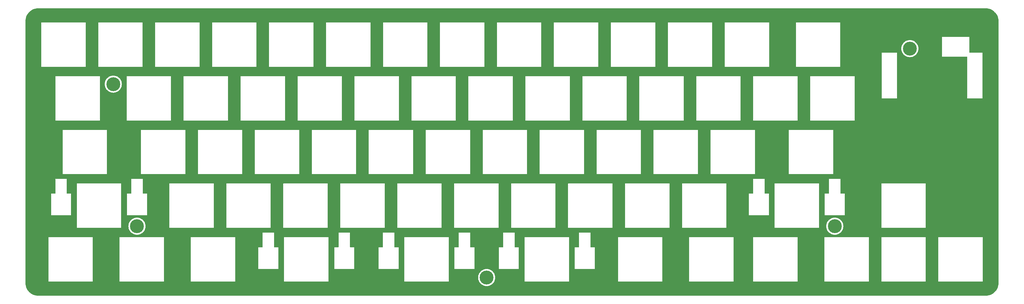
<source format=gbr>
%TF.GenerationSoftware,KiCad,Pcbnew,(7.0.0-0)*%
%TF.CreationDate,2023-02-20T17:42:30-08:00*%
%TF.ProjectId,mt-choc-top,6d742d63-686f-4632-9d74-6f702e6b6963,v1.0*%
%TF.SameCoordinates,Original*%
%TF.FileFunction,Copper,L1,Top*%
%TF.FilePolarity,Positive*%
%FSLAX46Y46*%
G04 Gerber Fmt 4.6, Leading zero omitted, Abs format (unit mm)*
G04 Created by KiCad (PCBNEW (7.0.0-0)) date 2023-02-20 17:42:30*
%MOMM*%
%LPD*%
G01*
G04 APERTURE LIST*
%TA.AperFunction,ComponentPad*%
%ADD10C,0.700000*%
%TD*%
%TA.AperFunction,ComponentPad*%
%ADD11C,4.400000*%
%TD*%
G04 APERTURE END LIST*
D10*
%TO.P,H1,1*%
%TO.N,N/C*%
X81100000Y-102500000D03*
X81583274Y-101333274D03*
X81583274Y-103666726D03*
X82750000Y-100850000D03*
D11*
X82750000Y-102500000D03*
D10*
X82750000Y-104150000D03*
X83916726Y-101333274D03*
X83916726Y-103666726D03*
X84400000Y-102500000D03*
%TD*%
%TO.P,H5,1*%
%TO.N,N/C*%
X309100000Y-147500000D03*
X309583274Y-146333274D03*
X309583274Y-148666726D03*
X310750000Y-145850000D03*
D11*
X310750000Y-147500000D03*
D10*
X310750000Y-149150000D03*
X311916726Y-146333274D03*
X311916726Y-148666726D03*
X312400000Y-147500000D03*
%TD*%
%TO.P,H2,1*%
%TO.N,N/C*%
X88600000Y-147500000D03*
X89083274Y-146333274D03*
X89083274Y-148666726D03*
X90250000Y-145850000D03*
D11*
X90250000Y-147500000D03*
D10*
X90250000Y-149150000D03*
X91416726Y-146333274D03*
X91416726Y-148666726D03*
X91900000Y-147500000D03*
%TD*%
%TO.P,H4,1*%
%TO.N,N/C*%
X332850000Y-91250000D03*
X333333274Y-90083274D03*
X333333274Y-92416726D03*
X334500000Y-89600000D03*
D11*
X334500000Y-91250000D03*
D10*
X334500000Y-92900000D03*
X335666726Y-90083274D03*
X335666726Y-92416726D03*
X336150000Y-91250000D03*
%TD*%
%TO.P,H3,1*%
%TO.N,N/C*%
X199100000Y-163750000D03*
X199583274Y-162583274D03*
X199583274Y-164916726D03*
X200750000Y-162100000D03*
D11*
X200750000Y-163750000D03*
D10*
X200750000Y-165400000D03*
X201916726Y-162583274D03*
X201916726Y-164916726D03*
X202400000Y-163750000D03*
%TD*%
%TA.AperFunction,NonConductor*%
G36*
X358502855Y-78510632D02*
G01*
X358862388Y-78527254D01*
X358873778Y-78528310D01*
X359227401Y-78577638D01*
X359238645Y-78579740D01*
X359586207Y-78661486D01*
X359597197Y-78664613D01*
X359935756Y-78778086D01*
X359946410Y-78782214D01*
X360273038Y-78926434D01*
X360283264Y-78931526D01*
X360392904Y-78992595D01*
X360595188Y-79105267D01*
X360604926Y-79111296D01*
X360899486Y-79313073D01*
X360908626Y-79319976D01*
X361183298Y-79548061D01*
X361191762Y-79555777D01*
X361444222Y-79808237D01*
X361451938Y-79816701D01*
X361680023Y-80091373D01*
X361686926Y-80100513D01*
X361888703Y-80395073D01*
X361894732Y-80404811D01*
X362068466Y-80716721D01*
X362073571Y-80726974D01*
X362217780Y-81053576D01*
X362221918Y-81064256D01*
X362335382Y-81402789D01*
X362338516Y-81413805D01*
X362420257Y-81761346D01*
X362422362Y-81772605D01*
X362471688Y-82126214D01*
X362472745Y-82137618D01*
X362489368Y-82497145D01*
X362489500Y-82502872D01*
X362489500Y-165497128D01*
X362489368Y-165502855D01*
X362472745Y-165862381D01*
X362471688Y-165873785D01*
X362422362Y-166227394D01*
X362420257Y-166238653D01*
X362338516Y-166586194D01*
X362335382Y-166597210D01*
X362221918Y-166935743D01*
X362217780Y-166946423D01*
X362073571Y-167273025D01*
X362068466Y-167283278D01*
X361894732Y-167595188D01*
X361888703Y-167604926D01*
X361686926Y-167899486D01*
X361680023Y-167908626D01*
X361451938Y-168183298D01*
X361444222Y-168191762D01*
X361191762Y-168444222D01*
X361183298Y-168451938D01*
X360908626Y-168680023D01*
X360899486Y-168686926D01*
X360604926Y-168888703D01*
X360595188Y-168894732D01*
X360283278Y-169068466D01*
X360273025Y-169073571D01*
X359946423Y-169217780D01*
X359935743Y-169221918D01*
X359597210Y-169335382D01*
X359586194Y-169338516D01*
X359238653Y-169420257D01*
X359227394Y-169422362D01*
X358873785Y-169471688D01*
X358862381Y-169472745D01*
X358502855Y-169489368D01*
X358497128Y-169489500D01*
X59002872Y-169489500D01*
X58997145Y-169489368D01*
X58637618Y-169472745D01*
X58626214Y-169471688D01*
X58272605Y-169422362D01*
X58261346Y-169420257D01*
X57913805Y-169338516D01*
X57902789Y-169335382D01*
X57564256Y-169221918D01*
X57553576Y-169217780D01*
X57226974Y-169073571D01*
X57216726Y-169068468D01*
X57107096Y-169007405D01*
X56904811Y-168894732D01*
X56895073Y-168888703D01*
X56600513Y-168686926D01*
X56591373Y-168680023D01*
X56316701Y-168451938D01*
X56308237Y-168444222D01*
X56055777Y-168191762D01*
X56048061Y-168183298D01*
X55819976Y-167908626D01*
X55813073Y-167899486D01*
X55611296Y-167604926D01*
X55605267Y-167595188D01*
X55526409Y-167453612D01*
X55431526Y-167283264D01*
X55426434Y-167273038D01*
X55282214Y-166946410D01*
X55278086Y-166935756D01*
X55164613Y-166597197D01*
X55161486Y-166586207D01*
X55079740Y-166238645D01*
X55077637Y-166227394D01*
X55065949Y-166143607D01*
X55028310Y-165873778D01*
X55027254Y-165862381D01*
X55023216Y-165775048D01*
X55010632Y-165502855D01*
X55010500Y-165497128D01*
X55010500Y-165000000D01*
X62238635Y-165000000D01*
X62239500Y-165002088D01*
X62241964Y-165008036D01*
X62250000Y-165011365D01*
X62252088Y-165010500D01*
X76247912Y-165010500D01*
X76250000Y-165011365D01*
X76258036Y-165008036D01*
X76260500Y-165002088D01*
X76261365Y-165000000D01*
X84738635Y-165000000D01*
X84739500Y-165002088D01*
X84741964Y-165008036D01*
X84750000Y-165011365D01*
X84752088Y-165010500D01*
X98747912Y-165010500D01*
X98750000Y-165011365D01*
X98758036Y-165008036D01*
X98760500Y-165002088D01*
X98761365Y-165000000D01*
X107238635Y-165000000D01*
X107239500Y-165002088D01*
X107241964Y-165008036D01*
X107250000Y-165011365D01*
X107252088Y-165010500D01*
X121247912Y-165010500D01*
X121250000Y-165011365D01*
X121258036Y-165008036D01*
X121260500Y-165002088D01*
X121261365Y-165000000D01*
X136738635Y-165000000D01*
X136739500Y-165002088D01*
X136741964Y-165008036D01*
X136750000Y-165011365D01*
X136752088Y-165010500D01*
X150747912Y-165010500D01*
X150750000Y-165011365D01*
X150758036Y-165008036D01*
X150760500Y-165002088D01*
X150761365Y-165000000D01*
X174738635Y-165000000D01*
X174739500Y-165002088D01*
X174741964Y-165008036D01*
X174750000Y-165011365D01*
X174752088Y-165010500D01*
X188747912Y-165010500D01*
X188750000Y-165011365D01*
X188758036Y-165008036D01*
X188760500Y-165002088D01*
X188761365Y-165000000D01*
X188760500Y-164997912D01*
X188760500Y-163750000D01*
X198044564Y-163750000D01*
X198044790Y-163753736D01*
X198064063Y-164072362D01*
X198064064Y-164072372D01*
X198064290Y-164076104D01*
X198064963Y-164079778D01*
X198064965Y-164079792D01*
X198122502Y-164393762D01*
X198122504Y-164393771D01*
X198123179Y-164397453D01*
X198220373Y-164709361D01*
X198354455Y-165007279D01*
X198356388Y-165010477D01*
X198356392Y-165010484D01*
X198521532Y-165283658D01*
X198521536Y-165283663D01*
X198523470Y-165286863D01*
X198724952Y-165544036D01*
X198955964Y-165775048D01*
X199213137Y-165976530D01*
X199216339Y-165978466D01*
X199216341Y-165978467D01*
X199489515Y-166143607D01*
X199492721Y-166145545D01*
X199790639Y-166279627D01*
X200102547Y-166376821D01*
X200423896Y-166435710D01*
X200750000Y-166455436D01*
X201076104Y-166435710D01*
X201397453Y-166376821D01*
X201709361Y-166279627D01*
X202007279Y-166145545D01*
X202286863Y-165976530D01*
X202544036Y-165775048D01*
X202775048Y-165544036D01*
X202976530Y-165286863D01*
X203145545Y-165007279D01*
X203148821Y-165000000D01*
X212738635Y-165000000D01*
X212739500Y-165002088D01*
X212741964Y-165008036D01*
X212750000Y-165011365D01*
X212752088Y-165010500D01*
X226747912Y-165010500D01*
X226750000Y-165011365D01*
X226758036Y-165008036D01*
X226760500Y-165002088D01*
X226761365Y-165000000D01*
X242238635Y-165000000D01*
X242239500Y-165002088D01*
X242241964Y-165008036D01*
X242250000Y-165011365D01*
X242252088Y-165010500D01*
X256247912Y-165010500D01*
X256250000Y-165011365D01*
X256258036Y-165008036D01*
X256260500Y-165002088D01*
X256261365Y-165000000D01*
X264738635Y-165000000D01*
X264739500Y-165002088D01*
X264741964Y-165008036D01*
X264750000Y-165011365D01*
X264752088Y-165010500D01*
X278747912Y-165010500D01*
X278750000Y-165011365D01*
X278758036Y-165008036D01*
X278760500Y-165002088D01*
X278761365Y-165000000D01*
X284988635Y-165000000D01*
X284989500Y-165002088D01*
X284991964Y-165008036D01*
X285000000Y-165011365D01*
X285002088Y-165010500D01*
X298997912Y-165010500D01*
X299000000Y-165011365D01*
X299008036Y-165008036D01*
X299010500Y-165002088D01*
X299011365Y-165000000D01*
X307488635Y-165000000D01*
X307489500Y-165002088D01*
X307491964Y-165008036D01*
X307500000Y-165011365D01*
X307502088Y-165010500D01*
X321497912Y-165010500D01*
X321500000Y-165011365D01*
X321508036Y-165008036D01*
X321510500Y-165002088D01*
X321511365Y-165000000D01*
X325488635Y-165000000D01*
X325489500Y-165002088D01*
X325491964Y-165008036D01*
X325500000Y-165011365D01*
X325502088Y-165010500D01*
X339497912Y-165010500D01*
X339500000Y-165011365D01*
X339508036Y-165008036D01*
X339510500Y-165002088D01*
X339511365Y-165000000D01*
X343488635Y-165000000D01*
X343489500Y-165002088D01*
X343491964Y-165008036D01*
X343500000Y-165011365D01*
X343502088Y-165010500D01*
X357497912Y-165010500D01*
X357500000Y-165011365D01*
X357508036Y-165008036D01*
X357510500Y-165002088D01*
X357511365Y-165000000D01*
X357510500Y-164997912D01*
X357510500Y-151002088D01*
X357511365Y-151000000D01*
X357508036Y-150991964D01*
X357502088Y-150989500D01*
X357500000Y-150988635D01*
X357497912Y-150989500D01*
X343502088Y-150989500D01*
X343500000Y-150988635D01*
X343497912Y-150989500D01*
X343491964Y-150991964D01*
X343488635Y-151000000D01*
X343489500Y-151002088D01*
X343489500Y-164997912D01*
X343488635Y-165000000D01*
X339511365Y-165000000D01*
X339510500Y-164997912D01*
X339510500Y-151002088D01*
X339511365Y-151000000D01*
X339508036Y-150991964D01*
X339502088Y-150989500D01*
X339500000Y-150988635D01*
X339497912Y-150989500D01*
X325502088Y-150989500D01*
X325500000Y-150988635D01*
X325497912Y-150989500D01*
X325491964Y-150991964D01*
X325488635Y-151000000D01*
X325489500Y-151002088D01*
X325489500Y-164997912D01*
X325488635Y-165000000D01*
X321511365Y-165000000D01*
X321510500Y-164997912D01*
X321510500Y-151002088D01*
X321511365Y-151000000D01*
X321508036Y-150991964D01*
X321502088Y-150989500D01*
X321500000Y-150988635D01*
X321497912Y-150989500D01*
X307502088Y-150989500D01*
X307500000Y-150988635D01*
X307497912Y-150989500D01*
X307491964Y-150991964D01*
X307488635Y-151000000D01*
X307489500Y-151002088D01*
X307489500Y-164997912D01*
X307488635Y-165000000D01*
X299011365Y-165000000D01*
X299010500Y-164997912D01*
X299010500Y-151002088D01*
X299011365Y-151000000D01*
X299008036Y-150991964D01*
X299002088Y-150989500D01*
X299000000Y-150988635D01*
X298997912Y-150989500D01*
X285002088Y-150989500D01*
X285000000Y-150988635D01*
X284997912Y-150989500D01*
X284991964Y-150991964D01*
X284988635Y-151000000D01*
X284989500Y-151002088D01*
X284989500Y-164997912D01*
X284988635Y-165000000D01*
X278761365Y-165000000D01*
X278760500Y-164997912D01*
X278760500Y-151002088D01*
X278761365Y-151000000D01*
X278758036Y-150991964D01*
X278752088Y-150989500D01*
X278750000Y-150988635D01*
X278747912Y-150989500D01*
X264752088Y-150989500D01*
X264750000Y-150988635D01*
X264747912Y-150989500D01*
X264741964Y-150991964D01*
X264738635Y-151000000D01*
X264739500Y-151002088D01*
X264739500Y-164997912D01*
X264738635Y-165000000D01*
X256261365Y-165000000D01*
X256260500Y-164997912D01*
X256260500Y-151002088D01*
X256261365Y-151000000D01*
X256258036Y-150991964D01*
X256252088Y-150989500D01*
X256250000Y-150988635D01*
X256247912Y-150989500D01*
X242252088Y-150989500D01*
X242250000Y-150988635D01*
X242247912Y-150989500D01*
X242241964Y-150991964D01*
X242238635Y-151000000D01*
X242239500Y-151002088D01*
X242239500Y-164997912D01*
X242238635Y-165000000D01*
X226761365Y-165000000D01*
X226760500Y-164997912D01*
X226760500Y-161050000D01*
X228588635Y-161050000D01*
X228589500Y-161052088D01*
X228591964Y-161058036D01*
X228600000Y-161061365D01*
X228602088Y-161060500D01*
X234897912Y-161060500D01*
X234900000Y-161061365D01*
X234908036Y-161058036D01*
X234910500Y-161052088D01*
X234911365Y-161050000D01*
X234910500Y-161047912D01*
X234910500Y-154202088D01*
X234911365Y-154200000D01*
X234908036Y-154191964D01*
X234902088Y-154189500D01*
X234900000Y-154188635D01*
X234897912Y-154189500D01*
X233684500Y-154189500D01*
X233622500Y-154172887D01*
X233577113Y-154127500D01*
X233560500Y-154065500D01*
X233560500Y-149557868D01*
X233560500Y-149552088D01*
X233561365Y-149550000D01*
X233558036Y-149541964D01*
X233552088Y-149539500D01*
X233550000Y-149538635D01*
X233547912Y-149539500D01*
X229952088Y-149539500D01*
X229950000Y-149538635D01*
X229947912Y-149539500D01*
X229941964Y-149541964D01*
X229938635Y-149550000D01*
X229939500Y-149552088D01*
X229939500Y-149557868D01*
X229939500Y-154065500D01*
X229922887Y-154127500D01*
X229877500Y-154172887D01*
X229815500Y-154189500D01*
X228602088Y-154189500D01*
X228600000Y-154188635D01*
X228597912Y-154189500D01*
X228591964Y-154191964D01*
X228588635Y-154200000D01*
X228589500Y-154202088D01*
X228589500Y-161047912D01*
X228588635Y-161050000D01*
X226760500Y-161050000D01*
X226760500Y-151002088D01*
X226761365Y-151000000D01*
X226758036Y-150991964D01*
X226752088Y-150989500D01*
X226750000Y-150988635D01*
X226747912Y-150989500D01*
X212752088Y-150989500D01*
X212750000Y-150988635D01*
X212747912Y-150989500D01*
X212741964Y-150991964D01*
X212738635Y-151000000D01*
X212739500Y-151002088D01*
X212739500Y-164997912D01*
X212738635Y-165000000D01*
X203148821Y-165000000D01*
X203279627Y-164709361D01*
X203376821Y-164397453D01*
X203435710Y-164076104D01*
X203455436Y-163750000D01*
X203435710Y-163423896D01*
X203376821Y-163102547D01*
X203279627Y-162790639D01*
X203145545Y-162492721D01*
X202976530Y-162213137D01*
X202775048Y-161955964D01*
X202544036Y-161724952D01*
X202286863Y-161523470D01*
X202283663Y-161521536D01*
X202283658Y-161521532D01*
X202010484Y-161356392D01*
X202010477Y-161356388D01*
X202007279Y-161354455D01*
X201709361Y-161220373D01*
X201397453Y-161123179D01*
X201393771Y-161122504D01*
X201393762Y-161122502D01*
X201079792Y-161064965D01*
X201079778Y-161064963D01*
X201076104Y-161064290D01*
X201072372Y-161064064D01*
X201072362Y-161064063D01*
X200839869Y-161050000D01*
X204588635Y-161050000D01*
X204589500Y-161052088D01*
X204591964Y-161058036D01*
X204600000Y-161061365D01*
X204602088Y-161060500D01*
X210897912Y-161060500D01*
X210900000Y-161061365D01*
X210908036Y-161058036D01*
X210910500Y-161052088D01*
X210911365Y-161050000D01*
X210910500Y-161047912D01*
X210910500Y-154202088D01*
X210911365Y-154200000D01*
X210908036Y-154191964D01*
X210902088Y-154189500D01*
X210900000Y-154188635D01*
X210897912Y-154189500D01*
X209684500Y-154189500D01*
X209622500Y-154172887D01*
X209577113Y-154127500D01*
X209560500Y-154065500D01*
X209560500Y-149557868D01*
X209560500Y-149552088D01*
X209561365Y-149550000D01*
X209558036Y-149541964D01*
X209552088Y-149539500D01*
X209550000Y-149538635D01*
X209547912Y-149539500D01*
X205952088Y-149539500D01*
X205950000Y-149538635D01*
X205947912Y-149539500D01*
X205941964Y-149541964D01*
X205938635Y-149550000D01*
X205939500Y-149552088D01*
X205939500Y-149557868D01*
X205939500Y-154065500D01*
X205922887Y-154127500D01*
X205877500Y-154172887D01*
X205815500Y-154189500D01*
X204602088Y-154189500D01*
X204600000Y-154188635D01*
X204597912Y-154189500D01*
X204591964Y-154191964D01*
X204588635Y-154200000D01*
X204589500Y-154202088D01*
X204589500Y-161047912D01*
X204588635Y-161050000D01*
X200839869Y-161050000D01*
X200753736Y-161044790D01*
X200750000Y-161044564D01*
X200746264Y-161044790D01*
X200427637Y-161064063D01*
X200427625Y-161064064D01*
X200423896Y-161064290D01*
X200420223Y-161064962D01*
X200420207Y-161064965D01*
X200106237Y-161122502D01*
X200106224Y-161122505D01*
X200102547Y-161123179D01*
X200098967Y-161124294D01*
X200098961Y-161124296D01*
X199794216Y-161219258D01*
X199794210Y-161219260D01*
X199790639Y-161220373D01*
X199787230Y-161221907D01*
X199787228Y-161221908D01*
X199496135Y-161352918D01*
X199496128Y-161352921D01*
X199492721Y-161354455D01*
X199489528Y-161356384D01*
X199489515Y-161356392D01*
X199216341Y-161521532D01*
X199216328Y-161521540D01*
X199213137Y-161523470D01*
X199210195Y-161525774D01*
X199210189Y-161525779D01*
X198958915Y-161722640D01*
X198955964Y-161724952D01*
X198953318Y-161727597D01*
X198953310Y-161727605D01*
X198727605Y-161953310D01*
X198727597Y-161953318D01*
X198724952Y-161955964D01*
X198722640Y-161958914D01*
X198722640Y-161958915D01*
X198525779Y-162210189D01*
X198525774Y-162210195D01*
X198523470Y-162213137D01*
X198521540Y-162216328D01*
X198521532Y-162216341D01*
X198356392Y-162489515D01*
X198356384Y-162489528D01*
X198354455Y-162492721D01*
X198220373Y-162790639D01*
X198123179Y-163102547D01*
X198122505Y-163106224D01*
X198122502Y-163106237D01*
X198064965Y-163420207D01*
X198064962Y-163420223D01*
X198064290Y-163423896D01*
X198064064Y-163427625D01*
X198064063Y-163427637D01*
X198045051Y-163741946D01*
X198044564Y-163750000D01*
X188760500Y-163750000D01*
X188760500Y-161050000D01*
X190588635Y-161050000D01*
X190589500Y-161052088D01*
X190591964Y-161058036D01*
X190600000Y-161061365D01*
X190602088Y-161060500D01*
X196897912Y-161060500D01*
X196900000Y-161061365D01*
X196908036Y-161058036D01*
X196910500Y-161052088D01*
X196911365Y-161050000D01*
X196910500Y-161047912D01*
X196910500Y-154202088D01*
X196911365Y-154200000D01*
X196908036Y-154191964D01*
X196902088Y-154189500D01*
X196900000Y-154188635D01*
X196897912Y-154189500D01*
X195684500Y-154189500D01*
X195622500Y-154172887D01*
X195577113Y-154127500D01*
X195560500Y-154065500D01*
X195560500Y-149557868D01*
X195560500Y-149552088D01*
X195561365Y-149550000D01*
X195558036Y-149541964D01*
X195552088Y-149539500D01*
X195550000Y-149538635D01*
X195547912Y-149539500D01*
X191952088Y-149539500D01*
X191950000Y-149538635D01*
X191947912Y-149539500D01*
X191941964Y-149541964D01*
X191938635Y-149550000D01*
X191939500Y-149552088D01*
X191939500Y-149557868D01*
X191939500Y-154065500D01*
X191922887Y-154127500D01*
X191877500Y-154172887D01*
X191815500Y-154189500D01*
X190602088Y-154189500D01*
X190600000Y-154188635D01*
X190597912Y-154189500D01*
X190591964Y-154191964D01*
X190588635Y-154200000D01*
X190589500Y-154202088D01*
X190589500Y-161047912D01*
X190588635Y-161050000D01*
X188760500Y-161050000D01*
X188760500Y-151002088D01*
X188761365Y-151000000D01*
X188758036Y-150991964D01*
X188752088Y-150989500D01*
X188750000Y-150988635D01*
X188747912Y-150989500D01*
X174752088Y-150989500D01*
X174750000Y-150988635D01*
X174747912Y-150989500D01*
X174741964Y-150991964D01*
X174738635Y-151000000D01*
X174739500Y-151002088D01*
X174739500Y-164997912D01*
X174738635Y-165000000D01*
X150761365Y-165000000D01*
X150760500Y-164997912D01*
X150760500Y-161050000D01*
X152588635Y-161050000D01*
X152589500Y-161052088D01*
X152591964Y-161058036D01*
X152600000Y-161061365D01*
X152602088Y-161060500D01*
X158897912Y-161060500D01*
X158900000Y-161061365D01*
X158908036Y-161058036D01*
X158910500Y-161052088D01*
X158911365Y-161050000D01*
X166588635Y-161050000D01*
X166589500Y-161052088D01*
X166591964Y-161058036D01*
X166600000Y-161061365D01*
X166602088Y-161060500D01*
X172897912Y-161060500D01*
X172900000Y-161061365D01*
X172908036Y-161058036D01*
X172910500Y-161052088D01*
X172911365Y-161050000D01*
X172910500Y-161047912D01*
X172910500Y-154202088D01*
X172911365Y-154200000D01*
X172908036Y-154191964D01*
X172902088Y-154189500D01*
X172900000Y-154188635D01*
X172897912Y-154189500D01*
X171684500Y-154189500D01*
X171622500Y-154172887D01*
X171577113Y-154127500D01*
X171560500Y-154065500D01*
X171560500Y-149557868D01*
X171560500Y-149552088D01*
X171561365Y-149550000D01*
X171558036Y-149541964D01*
X171552088Y-149539500D01*
X171550000Y-149538635D01*
X171547912Y-149539500D01*
X167952088Y-149539500D01*
X167950000Y-149538635D01*
X167947912Y-149539500D01*
X167941964Y-149541964D01*
X167938635Y-149550000D01*
X167939500Y-149552088D01*
X167939500Y-149557868D01*
X167939500Y-154065500D01*
X167922887Y-154127500D01*
X167877500Y-154172887D01*
X167815500Y-154189500D01*
X166602088Y-154189500D01*
X166600000Y-154188635D01*
X166597912Y-154189500D01*
X166591964Y-154191964D01*
X166588635Y-154200000D01*
X166589500Y-154202088D01*
X166589500Y-161047912D01*
X166588635Y-161050000D01*
X158911365Y-161050000D01*
X158910500Y-161047912D01*
X158910500Y-154202088D01*
X158911365Y-154200000D01*
X158908036Y-154191964D01*
X158902088Y-154189500D01*
X158900000Y-154188635D01*
X158897912Y-154189500D01*
X157684500Y-154189500D01*
X157622500Y-154172887D01*
X157577113Y-154127500D01*
X157560500Y-154065500D01*
X157560500Y-149557868D01*
X157560500Y-149552088D01*
X157561365Y-149550000D01*
X157558036Y-149541964D01*
X157552088Y-149539500D01*
X157550000Y-149538635D01*
X157547912Y-149539500D01*
X153952088Y-149539500D01*
X153950000Y-149538635D01*
X153947912Y-149539500D01*
X153941964Y-149541964D01*
X153938635Y-149550000D01*
X153939500Y-149552088D01*
X153939500Y-149557868D01*
X153939500Y-154065500D01*
X153922887Y-154127500D01*
X153877500Y-154172887D01*
X153815500Y-154189500D01*
X152602088Y-154189500D01*
X152600000Y-154188635D01*
X152597912Y-154189500D01*
X152591964Y-154191964D01*
X152588635Y-154200000D01*
X152589500Y-154202088D01*
X152589500Y-161047912D01*
X152588635Y-161050000D01*
X150760500Y-161050000D01*
X150760500Y-151002088D01*
X150761365Y-151000000D01*
X150758036Y-150991964D01*
X150752088Y-150989500D01*
X150750000Y-150988635D01*
X150747912Y-150989500D01*
X136752088Y-150989500D01*
X136750000Y-150988635D01*
X136747912Y-150989500D01*
X136741964Y-150991964D01*
X136738635Y-151000000D01*
X136739500Y-151002088D01*
X136739500Y-164997912D01*
X136738635Y-165000000D01*
X121261365Y-165000000D01*
X121260500Y-164997912D01*
X121260500Y-161050000D01*
X128588635Y-161050000D01*
X128589500Y-161052088D01*
X128591964Y-161058036D01*
X128600000Y-161061365D01*
X128602088Y-161060500D01*
X134897912Y-161060500D01*
X134900000Y-161061365D01*
X134908036Y-161058036D01*
X134910500Y-161052088D01*
X134911365Y-161050000D01*
X134910500Y-161047912D01*
X134910500Y-154202088D01*
X134911365Y-154200000D01*
X134908036Y-154191964D01*
X134902088Y-154189500D01*
X134900000Y-154188635D01*
X134897912Y-154189500D01*
X133684500Y-154189500D01*
X133622500Y-154172887D01*
X133577113Y-154127500D01*
X133560500Y-154065500D01*
X133560500Y-149557868D01*
X133560500Y-149552088D01*
X133561365Y-149550000D01*
X133558036Y-149541964D01*
X133552088Y-149539500D01*
X133550000Y-149538635D01*
X133547912Y-149539500D01*
X129952088Y-149539500D01*
X129950000Y-149538635D01*
X129947912Y-149539500D01*
X129941964Y-149541964D01*
X129938635Y-149550000D01*
X129939500Y-149552088D01*
X129939500Y-149557868D01*
X129939500Y-154065500D01*
X129922887Y-154127500D01*
X129877500Y-154172887D01*
X129815500Y-154189500D01*
X128602088Y-154189500D01*
X128600000Y-154188635D01*
X128597912Y-154189500D01*
X128591964Y-154191964D01*
X128588635Y-154200000D01*
X128589500Y-154202088D01*
X128589500Y-161047912D01*
X128588635Y-161050000D01*
X121260500Y-161050000D01*
X121260500Y-151002088D01*
X121261365Y-151000000D01*
X121258036Y-150991964D01*
X121252088Y-150989500D01*
X121250000Y-150988635D01*
X121247912Y-150989500D01*
X107252088Y-150989500D01*
X107250000Y-150988635D01*
X107247912Y-150989500D01*
X107241964Y-150991964D01*
X107238635Y-151000000D01*
X107239500Y-151002088D01*
X107239500Y-164997912D01*
X107238635Y-165000000D01*
X98761365Y-165000000D01*
X98760500Y-164997912D01*
X98760500Y-151002088D01*
X98761365Y-151000000D01*
X98758036Y-150991964D01*
X98752088Y-150989500D01*
X98750000Y-150988635D01*
X98747912Y-150989500D01*
X84752088Y-150989500D01*
X84750000Y-150988635D01*
X84747912Y-150989500D01*
X84741964Y-150991964D01*
X84738635Y-151000000D01*
X84739500Y-151002088D01*
X84739500Y-164997912D01*
X84738635Y-165000000D01*
X76261365Y-165000000D01*
X76260500Y-164997912D01*
X76260500Y-151002088D01*
X76261365Y-151000000D01*
X76258036Y-150991964D01*
X76252088Y-150989500D01*
X76250000Y-150988635D01*
X76247912Y-150989500D01*
X62252088Y-150989500D01*
X62250000Y-150988635D01*
X62247912Y-150989500D01*
X62241964Y-150991964D01*
X62238635Y-151000000D01*
X62239500Y-151002088D01*
X62239500Y-164997912D01*
X62238635Y-165000000D01*
X55010500Y-165000000D01*
X55010500Y-148000000D01*
X71238635Y-148000000D01*
X71239500Y-148002088D01*
X71241964Y-148008036D01*
X71250000Y-148011365D01*
X71252088Y-148010500D01*
X85247912Y-148010500D01*
X85250000Y-148011365D01*
X85258036Y-148008036D01*
X85260500Y-148002088D01*
X85261365Y-148000000D01*
X85260500Y-147997912D01*
X85260500Y-147500000D01*
X87544564Y-147500000D01*
X87544790Y-147503736D01*
X87564063Y-147822362D01*
X87564064Y-147822372D01*
X87564290Y-147826104D01*
X87564963Y-147829778D01*
X87564965Y-147829792D01*
X87622502Y-148143762D01*
X87622504Y-148143771D01*
X87623179Y-148147453D01*
X87720373Y-148459361D01*
X87854455Y-148757279D01*
X87856388Y-148760477D01*
X87856392Y-148760484D01*
X88021532Y-149033658D01*
X88021536Y-149033663D01*
X88023470Y-149036863D01*
X88224952Y-149294036D01*
X88455964Y-149525048D01*
X88713137Y-149726530D01*
X88992721Y-149895545D01*
X89290639Y-150029627D01*
X89602547Y-150126821D01*
X89923896Y-150185710D01*
X90250000Y-150205436D01*
X90576104Y-150185710D01*
X90897453Y-150126821D01*
X91209361Y-150029627D01*
X91507279Y-149895545D01*
X91786863Y-149726530D01*
X92044036Y-149525048D01*
X92275048Y-149294036D01*
X92476530Y-149036863D01*
X92645545Y-148757279D01*
X92779627Y-148459361D01*
X92876821Y-148147453D01*
X92903843Y-148000000D01*
X100488635Y-148000000D01*
X100489500Y-148002088D01*
X100491964Y-148008036D01*
X100500000Y-148011365D01*
X100502088Y-148010500D01*
X114497912Y-148010500D01*
X114500000Y-148011365D01*
X114508036Y-148008036D01*
X114510500Y-148002088D01*
X114511365Y-148000000D01*
X118488635Y-148000000D01*
X118489500Y-148002088D01*
X118491964Y-148008036D01*
X118500000Y-148011365D01*
X118502088Y-148010500D01*
X132497912Y-148010500D01*
X132500000Y-148011365D01*
X132508036Y-148008036D01*
X132510500Y-148002088D01*
X132511365Y-148000000D01*
X136488635Y-148000000D01*
X136489500Y-148002088D01*
X136491964Y-148008036D01*
X136500000Y-148011365D01*
X136502088Y-148010500D01*
X150497912Y-148010500D01*
X150500000Y-148011365D01*
X150508036Y-148008036D01*
X150510500Y-148002088D01*
X150511365Y-148000000D01*
X154488635Y-148000000D01*
X154489500Y-148002088D01*
X154491964Y-148008036D01*
X154500000Y-148011365D01*
X154502088Y-148010500D01*
X168497912Y-148010500D01*
X168500000Y-148011365D01*
X168508036Y-148008036D01*
X168510500Y-148002088D01*
X168511365Y-148000000D01*
X172488635Y-148000000D01*
X172489500Y-148002088D01*
X172491964Y-148008036D01*
X172500000Y-148011365D01*
X172502088Y-148010500D01*
X186497912Y-148010500D01*
X186500000Y-148011365D01*
X186508036Y-148008036D01*
X186510500Y-148002088D01*
X186511365Y-148000000D01*
X190488635Y-148000000D01*
X190489500Y-148002088D01*
X190491964Y-148008036D01*
X190500000Y-148011365D01*
X190502088Y-148010500D01*
X204497912Y-148010500D01*
X204500000Y-148011365D01*
X204508036Y-148008036D01*
X204510500Y-148002088D01*
X204511365Y-148000000D01*
X208488635Y-148000000D01*
X208489500Y-148002088D01*
X208491964Y-148008036D01*
X208500000Y-148011365D01*
X208502088Y-148010500D01*
X222497912Y-148010500D01*
X222500000Y-148011365D01*
X222508036Y-148008036D01*
X222510500Y-148002088D01*
X222511365Y-148000000D01*
X226488635Y-148000000D01*
X226489500Y-148002088D01*
X226491964Y-148008036D01*
X226500000Y-148011365D01*
X226502088Y-148010500D01*
X240497912Y-148010500D01*
X240500000Y-148011365D01*
X240508036Y-148008036D01*
X240510500Y-148002088D01*
X240511365Y-148000000D01*
X244488635Y-148000000D01*
X244489500Y-148002088D01*
X244491964Y-148008036D01*
X244500000Y-148011365D01*
X244502088Y-148010500D01*
X258497912Y-148010500D01*
X258500000Y-148011365D01*
X258508036Y-148008036D01*
X258510500Y-148002088D01*
X258511365Y-148000000D01*
X262488635Y-148000000D01*
X262489500Y-148002088D01*
X262491964Y-148008036D01*
X262500000Y-148011365D01*
X262502088Y-148010500D01*
X276497912Y-148010500D01*
X276500000Y-148011365D01*
X276508036Y-148008036D01*
X276510500Y-148002088D01*
X276511365Y-148000000D01*
X291738635Y-148000000D01*
X291739500Y-148002088D01*
X291741964Y-148008036D01*
X291750000Y-148011365D01*
X291752088Y-148010500D01*
X305747912Y-148010500D01*
X305750000Y-148011365D01*
X305758036Y-148008036D01*
X305760500Y-148002088D01*
X305761365Y-148000000D01*
X305760500Y-147997912D01*
X305760500Y-147500000D01*
X308044564Y-147500000D01*
X308044790Y-147503736D01*
X308064063Y-147822362D01*
X308064064Y-147822372D01*
X308064290Y-147826104D01*
X308064963Y-147829778D01*
X308064965Y-147829792D01*
X308122502Y-148143762D01*
X308122504Y-148143771D01*
X308123179Y-148147453D01*
X308220373Y-148459361D01*
X308354455Y-148757279D01*
X308356388Y-148760477D01*
X308356392Y-148760484D01*
X308521532Y-149033658D01*
X308521536Y-149033663D01*
X308523470Y-149036863D01*
X308724952Y-149294036D01*
X308955964Y-149525048D01*
X309213137Y-149726530D01*
X309492721Y-149895545D01*
X309790639Y-150029627D01*
X310102547Y-150126821D01*
X310423896Y-150185710D01*
X310750000Y-150205436D01*
X311076104Y-150185710D01*
X311397453Y-150126821D01*
X311709361Y-150029627D01*
X312007279Y-149895545D01*
X312286863Y-149726530D01*
X312544036Y-149525048D01*
X312775048Y-149294036D01*
X312976530Y-149036863D01*
X313145545Y-148757279D01*
X313279627Y-148459361D01*
X313376821Y-148147453D01*
X313403843Y-148000000D01*
X325488635Y-148000000D01*
X325489500Y-148002088D01*
X325491964Y-148008036D01*
X325500000Y-148011365D01*
X325502088Y-148010500D01*
X339497912Y-148010500D01*
X339500000Y-148011365D01*
X339508036Y-148008036D01*
X339510500Y-148002088D01*
X339511365Y-148000000D01*
X339510500Y-147997912D01*
X339510500Y-134002088D01*
X339511365Y-134000000D01*
X339508036Y-133991964D01*
X339502088Y-133989500D01*
X339500000Y-133988635D01*
X339497912Y-133989500D01*
X325502088Y-133989500D01*
X325500000Y-133988635D01*
X325497912Y-133989500D01*
X325491964Y-133991964D01*
X325488635Y-134000000D01*
X325489500Y-134002088D01*
X325489500Y-147997912D01*
X325488635Y-148000000D01*
X313403843Y-148000000D01*
X313435710Y-147826104D01*
X313455436Y-147500000D01*
X313435710Y-147173896D01*
X313376821Y-146852547D01*
X313279627Y-146540639D01*
X313145545Y-146242721D01*
X312976530Y-145963137D01*
X312775048Y-145705964D01*
X312544036Y-145474952D01*
X312286863Y-145273470D01*
X312283663Y-145271536D01*
X312283658Y-145271532D01*
X312010484Y-145106392D01*
X312010477Y-145106388D01*
X312007279Y-145104455D01*
X311709361Y-144970373D01*
X311397453Y-144873179D01*
X311393771Y-144872504D01*
X311393762Y-144872502D01*
X311079792Y-144814965D01*
X311079778Y-144814963D01*
X311076104Y-144814290D01*
X311072372Y-144814064D01*
X311072362Y-144814063D01*
X310753736Y-144794790D01*
X310750000Y-144794564D01*
X310746264Y-144794790D01*
X310427637Y-144814063D01*
X310427625Y-144814064D01*
X310423896Y-144814290D01*
X310420223Y-144814962D01*
X310420207Y-144814965D01*
X310106237Y-144872502D01*
X310106224Y-144872505D01*
X310102547Y-144873179D01*
X310098967Y-144874294D01*
X310098961Y-144874296D01*
X309794216Y-144969258D01*
X309794210Y-144969260D01*
X309790639Y-144970373D01*
X309787230Y-144971907D01*
X309787228Y-144971908D01*
X309496135Y-145102918D01*
X309496128Y-145102921D01*
X309492721Y-145104455D01*
X309489528Y-145106384D01*
X309489515Y-145106392D01*
X309216341Y-145271532D01*
X309216328Y-145271540D01*
X309213137Y-145273470D01*
X309210195Y-145275774D01*
X309210189Y-145275779D01*
X308958915Y-145472640D01*
X308955964Y-145474952D01*
X308953318Y-145477597D01*
X308953310Y-145477605D01*
X308727605Y-145703310D01*
X308727597Y-145703318D01*
X308724952Y-145705964D01*
X308722640Y-145708914D01*
X308722640Y-145708915D01*
X308525779Y-145960189D01*
X308525774Y-145960195D01*
X308523470Y-145963137D01*
X308521540Y-145966328D01*
X308521532Y-145966341D01*
X308356392Y-146239515D01*
X308356384Y-146239528D01*
X308354455Y-146242721D01*
X308220373Y-146540639D01*
X308123179Y-146852547D01*
X308122505Y-146856224D01*
X308122502Y-146856237D01*
X308064965Y-147170207D01*
X308064962Y-147170223D01*
X308064290Y-147173896D01*
X308064064Y-147177625D01*
X308064063Y-147177637D01*
X308045051Y-147491946D01*
X308044564Y-147500000D01*
X305760500Y-147500000D01*
X305760500Y-144050000D01*
X307588635Y-144050000D01*
X307589500Y-144052088D01*
X307591964Y-144058036D01*
X307600000Y-144061365D01*
X307602088Y-144060500D01*
X313897912Y-144060500D01*
X313900000Y-144061365D01*
X313908036Y-144058036D01*
X313910500Y-144052088D01*
X313911365Y-144050000D01*
X313910500Y-144047912D01*
X313910500Y-137202088D01*
X313911365Y-137200000D01*
X313908036Y-137191964D01*
X313902088Y-137189500D01*
X313900000Y-137188635D01*
X313897912Y-137189500D01*
X312684500Y-137189500D01*
X312622500Y-137172887D01*
X312577113Y-137127500D01*
X312560500Y-137065500D01*
X312560500Y-132557868D01*
X312560500Y-132552088D01*
X312561365Y-132550000D01*
X312558036Y-132541964D01*
X312552088Y-132539500D01*
X312550000Y-132538635D01*
X312547912Y-132539500D01*
X308952088Y-132539500D01*
X308950000Y-132538635D01*
X308947912Y-132539500D01*
X308941964Y-132541964D01*
X308938635Y-132550000D01*
X308939500Y-132552088D01*
X308939500Y-132557868D01*
X308939500Y-137065500D01*
X308922887Y-137127500D01*
X308877500Y-137172887D01*
X308815500Y-137189500D01*
X307602088Y-137189500D01*
X307600000Y-137188635D01*
X307597912Y-137189500D01*
X307591964Y-137191964D01*
X307588635Y-137200000D01*
X307589500Y-137202088D01*
X307589500Y-144047912D01*
X307588635Y-144050000D01*
X305760500Y-144050000D01*
X305760500Y-134002088D01*
X305761365Y-134000000D01*
X305758036Y-133991964D01*
X305752088Y-133989500D01*
X305750000Y-133988635D01*
X305747912Y-133989500D01*
X291752088Y-133989500D01*
X291750000Y-133988635D01*
X291747912Y-133989500D01*
X291741964Y-133991964D01*
X291738635Y-134000000D01*
X291739500Y-134002088D01*
X291739500Y-147997912D01*
X291738635Y-148000000D01*
X276511365Y-148000000D01*
X276510500Y-147997912D01*
X276510500Y-144050000D01*
X283588635Y-144050000D01*
X283589500Y-144052088D01*
X283591964Y-144058036D01*
X283600000Y-144061365D01*
X283602088Y-144060500D01*
X289897912Y-144060500D01*
X289900000Y-144061365D01*
X289908036Y-144058036D01*
X289910500Y-144052088D01*
X289911365Y-144050000D01*
X289910500Y-144047912D01*
X289910500Y-137202088D01*
X289911365Y-137200000D01*
X289908036Y-137191964D01*
X289902088Y-137189500D01*
X289900000Y-137188635D01*
X289897912Y-137189500D01*
X288684500Y-137189500D01*
X288622500Y-137172887D01*
X288577113Y-137127500D01*
X288560500Y-137065500D01*
X288560500Y-132557868D01*
X288560500Y-132552088D01*
X288561365Y-132550000D01*
X288558036Y-132541964D01*
X288552088Y-132539500D01*
X288550000Y-132538635D01*
X288547912Y-132539500D01*
X284952088Y-132539500D01*
X284950000Y-132538635D01*
X284947912Y-132539500D01*
X284941964Y-132541964D01*
X284938635Y-132550000D01*
X284939500Y-132552088D01*
X284939500Y-132557868D01*
X284939500Y-137065500D01*
X284922887Y-137127500D01*
X284877500Y-137172887D01*
X284815500Y-137189500D01*
X283602088Y-137189500D01*
X283600000Y-137188635D01*
X283597912Y-137189500D01*
X283591964Y-137191964D01*
X283588635Y-137200000D01*
X283589500Y-137202088D01*
X283589500Y-144047912D01*
X283588635Y-144050000D01*
X276510500Y-144050000D01*
X276510500Y-134002088D01*
X276511365Y-134000000D01*
X276508036Y-133991964D01*
X276502088Y-133989500D01*
X276500000Y-133988635D01*
X276497912Y-133989500D01*
X262502088Y-133989500D01*
X262500000Y-133988635D01*
X262497912Y-133989500D01*
X262491964Y-133991964D01*
X262488635Y-134000000D01*
X262489500Y-134002088D01*
X262489500Y-147997912D01*
X262488635Y-148000000D01*
X258511365Y-148000000D01*
X258510500Y-147997912D01*
X258510500Y-134002088D01*
X258511365Y-134000000D01*
X258508036Y-133991964D01*
X258502088Y-133989500D01*
X258500000Y-133988635D01*
X258497912Y-133989500D01*
X244502088Y-133989500D01*
X244500000Y-133988635D01*
X244497912Y-133989500D01*
X244491964Y-133991964D01*
X244488635Y-134000000D01*
X244489500Y-134002088D01*
X244489500Y-147997912D01*
X244488635Y-148000000D01*
X240511365Y-148000000D01*
X240510500Y-147997912D01*
X240510500Y-134002088D01*
X240511365Y-134000000D01*
X240508036Y-133991964D01*
X240502088Y-133989500D01*
X240500000Y-133988635D01*
X240497912Y-133989500D01*
X226502088Y-133989500D01*
X226500000Y-133988635D01*
X226497912Y-133989500D01*
X226491964Y-133991964D01*
X226488635Y-134000000D01*
X226489500Y-134002088D01*
X226489500Y-147997912D01*
X226488635Y-148000000D01*
X222511365Y-148000000D01*
X222510500Y-147997912D01*
X222510500Y-134002088D01*
X222511365Y-134000000D01*
X222508036Y-133991964D01*
X222502088Y-133989500D01*
X222500000Y-133988635D01*
X222497912Y-133989500D01*
X208502088Y-133989500D01*
X208500000Y-133988635D01*
X208497912Y-133989500D01*
X208491964Y-133991964D01*
X208488635Y-134000000D01*
X208489500Y-134002088D01*
X208489500Y-147997912D01*
X208488635Y-148000000D01*
X204511365Y-148000000D01*
X204510500Y-147997912D01*
X204510500Y-134002088D01*
X204511365Y-134000000D01*
X204508036Y-133991964D01*
X204502088Y-133989500D01*
X204500000Y-133988635D01*
X204497912Y-133989500D01*
X190502088Y-133989500D01*
X190500000Y-133988635D01*
X190497912Y-133989500D01*
X190491964Y-133991964D01*
X190488635Y-134000000D01*
X190489500Y-134002088D01*
X190489500Y-147997912D01*
X190488635Y-148000000D01*
X186511365Y-148000000D01*
X186510500Y-147997912D01*
X186510500Y-134002088D01*
X186511365Y-134000000D01*
X186508036Y-133991964D01*
X186502088Y-133989500D01*
X186500000Y-133988635D01*
X186497912Y-133989500D01*
X172502088Y-133989500D01*
X172500000Y-133988635D01*
X172497912Y-133989500D01*
X172491964Y-133991964D01*
X172488635Y-134000000D01*
X172489500Y-134002088D01*
X172489500Y-147997912D01*
X172488635Y-148000000D01*
X168511365Y-148000000D01*
X168510500Y-147997912D01*
X168510500Y-134002088D01*
X168511365Y-134000000D01*
X168508036Y-133991964D01*
X168502088Y-133989500D01*
X168500000Y-133988635D01*
X168497912Y-133989500D01*
X154502088Y-133989500D01*
X154500000Y-133988635D01*
X154497912Y-133989500D01*
X154491964Y-133991964D01*
X154488635Y-134000000D01*
X154489500Y-134002088D01*
X154489500Y-147997912D01*
X154488635Y-148000000D01*
X150511365Y-148000000D01*
X150510500Y-147997912D01*
X150510500Y-134002088D01*
X150511365Y-134000000D01*
X150508036Y-133991964D01*
X150502088Y-133989500D01*
X150500000Y-133988635D01*
X150497912Y-133989500D01*
X136502088Y-133989500D01*
X136500000Y-133988635D01*
X136497912Y-133989500D01*
X136491964Y-133991964D01*
X136488635Y-134000000D01*
X136489500Y-134002088D01*
X136489500Y-147997912D01*
X136488635Y-148000000D01*
X132511365Y-148000000D01*
X132510500Y-147997912D01*
X132510500Y-134002088D01*
X132511365Y-134000000D01*
X132508036Y-133991964D01*
X132502088Y-133989500D01*
X132500000Y-133988635D01*
X132497912Y-133989500D01*
X118502088Y-133989500D01*
X118500000Y-133988635D01*
X118497912Y-133989500D01*
X118491964Y-133991964D01*
X118488635Y-134000000D01*
X118489500Y-134002088D01*
X118489500Y-147997912D01*
X118488635Y-148000000D01*
X114511365Y-148000000D01*
X114510500Y-147997912D01*
X114510500Y-134002088D01*
X114511365Y-134000000D01*
X114508036Y-133991964D01*
X114502088Y-133989500D01*
X114500000Y-133988635D01*
X114497912Y-133989500D01*
X100502088Y-133989500D01*
X100500000Y-133988635D01*
X100497912Y-133989500D01*
X100491964Y-133991964D01*
X100488635Y-134000000D01*
X100489500Y-134002088D01*
X100489500Y-147997912D01*
X100488635Y-148000000D01*
X92903843Y-148000000D01*
X92935710Y-147826104D01*
X92955436Y-147500000D01*
X92935710Y-147173896D01*
X92876821Y-146852547D01*
X92779627Y-146540639D01*
X92645545Y-146242721D01*
X92476530Y-145963137D01*
X92275048Y-145705964D01*
X92044036Y-145474952D01*
X91786863Y-145273470D01*
X91783663Y-145271536D01*
X91783658Y-145271532D01*
X91510484Y-145106392D01*
X91510477Y-145106388D01*
X91507279Y-145104455D01*
X91209361Y-144970373D01*
X90897453Y-144873179D01*
X90893771Y-144872504D01*
X90893762Y-144872502D01*
X90579792Y-144814965D01*
X90579778Y-144814963D01*
X90576104Y-144814290D01*
X90572372Y-144814064D01*
X90572362Y-144814063D01*
X90253736Y-144794790D01*
X90250000Y-144794564D01*
X90246264Y-144794790D01*
X89927637Y-144814063D01*
X89927625Y-144814064D01*
X89923896Y-144814290D01*
X89920223Y-144814962D01*
X89920207Y-144814965D01*
X89606237Y-144872502D01*
X89606224Y-144872505D01*
X89602547Y-144873179D01*
X89598967Y-144874294D01*
X89598961Y-144874296D01*
X89294216Y-144969258D01*
X89294210Y-144969260D01*
X89290639Y-144970373D01*
X89287230Y-144971907D01*
X89287228Y-144971908D01*
X88996135Y-145102918D01*
X88996128Y-145102921D01*
X88992721Y-145104455D01*
X88989528Y-145106384D01*
X88989515Y-145106392D01*
X88716341Y-145271532D01*
X88716328Y-145271540D01*
X88713137Y-145273470D01*
X88710195Y-145275774D01*
X88710189Y-145275779D01*
X88458915Y-145472640D01*
X88455964Y-145474952D01*
X88453318Y-145477597D01*
X88453310Y-145477605D01*
X88227605Y-145703310D01*
X88227597Y-145703318D01*
X88224952Y-145705964D01*
X88222640Y-145708914D01*
X88222640Y-145708915D01*
X88025779Y-145960189D01*
X88025774Y-145960195D01*
X88023470Y-145963137D01*
X88021540Y-145966328D01*
X88021532Y-145966341D01*
X87856392Y-146239515D01*
X87856384Y-146239528D01*
X87854455Y-146242721D01*
X87720373Y-146540639D01*
X87623179Y-146852547D01*
X87622505Y-146856224D01*
X87622502Y-146856237D01*
X87564965Y-147170207D01*
X87564962Y-147170223D01*
X87564290Y-147173896D01*
X87564064Y-147177625D01*
X87564063Y-147177637D01*
X87545051Y-147491946D01*
X87544564Y-147500000D01*
X85260500Y-147500000D01*
X85260500Y-144050000D01*
X87088635Y-144050000D01*
X87089500Y-144052088D01*
X87091964Y-144058036D01*
X87100000Y-144061365D01*
X87102088Y-144060500D01*
X93397912Y-144060500D01*
X93400000Y-144061365D01*
X93408036Y-144058036D01*
X93410500Y-144052088D01*
X93411365Y-144050000D01*
X93410500Y-144047912D01*
X93410500Y-137202088D01*
X93411365Y-137200000D01*
X93408036Y-137191964D01*
X93402088Y-137189500D01*
X93400000Y-137188635D01*
X93397912Y-137189500D01*
X92184500Y-137189500D01*
X92122500Y-137172887D01*
X92077113Y-137127500D01*
X92060500Y-137065500D01*
X92060500Y-132557868D01*
X92060500Y-132552088D01*
X92061365Y-132550000D01*
X92058036Y-132541964D01*
X92052088Y-132539500D01*
X92050000Y-132538635D01*
X92047912Y-132539500D01*
X88452088Y-132539500D01*
X88450000Y-132538635D01*
X88447912Y-132539500D01*
X88441964Y-132541964D01*
X88438635Y-132550000D01*
X88439500Y-132552088D01*
X88439500Y-132557868D01*
X88439500Y-137065500D01*
X88422887Y-137127500D01*
X88377500Y-137172887D01*
X88315500Y-137189500D01*
X87102088Y-137189500D01*
X87100000Y-137188635D01*
X87097912Y-137189500D01*
X87091964Y-137191964D01*
X87088635Y-137200000D01*
X87089500Y-137202088D01*
X87089500Y-144047912D01*
X87088635Y-144050000D01*
X85260500Y-144050000D01*
X85260500Y-134002088D01*
X85261365Y-134000000D01*
X85258036Y-133991964D01*
X85252088Y-133989500D01*
X85250000Y-133988635D01*
X85247912Y-133989500D01*
X71252088Y-133989500D01*
X71250000Y-133988635D01*
X71247912Y-133989500D01*
X71241964Y-133991964D01*
X71238635Y-134000000D01*
X71239500Y-134002088D01*
X71239500Y-147997912D01*
X71238635Y-148000000D01*
X55010500Y-148000000D01*
X55010500Y-144050000D01*
X63088635Y-144050000D01*
X63089500Y-144052088D01*
X63091964Y-144058036D01*
X63100000Y-144061365D01*
X63102088Y-144060500D01*
X69397912Y-144060500D01*
X69400000Y-144061365D01*
X69408036Y-144058036D01*
X69410500Y-144052088D01*
X69411365Y-144050000D01*
X69410500Y-144047912D01*
X69410500Y-137202088D01*
X69411365Y-137200000D01*
X69408036Y-137191964D01*
X69402088Y-137189500D01*
X69400000Y-137188635D01*
X69397912Y-137189500D01*
X68184500Y-137189500D01*
X68122500Y-137172887D01*
X68077113Y-137127500D01*
X68060500Y-137065500D01*
X68060500Y-132557868D01*
X68060500Y-132552088D01*
X68061365Y-132550000D01*
X68058036Y-132541964D01*
X68052088Y-132539500D01*
X68050000Y-132538635D01*
X68047912Y-132539500D01*
X64452088Y-132539500D01*
X64450000Y-132538635D01*
X64447912Y-132539500D01*
X64441964Y-132541964D01*
X64438635Y-132550000D01*
X64439500Y-132552088D01*
X64439500Y-132557868D01*
X64439500Y-137065500D01*
X64422887Y-137127500D01*
X64377500Y-137172887D01*
X64315500Y-137189500D01*
X63102088Y-137189500D01*
X63100000Y-137188635D01*
X63097912Y-137189500D01*
X63091964Y-137191964D01*
X63088635Y-137200000D01*
X63089500Y-137202088D01*
X63089500Y-144047912D01*
X63088635Y-144050000D01*
X55010500Y-144050000D01*
X55010500Y-131000000D01*
X66738635Y-131000000D01*
X66739500Y-131002088D01*
X66741964Y-131008036D01*
X66750000Y-131011365D01*
X66752088Y-131010500D01*
X80747912Y-131010500D01*
X80750000Y-131011365D01*
X80758036Y-131008036D01*
X80760500Y-131002088D01*
X80761365Y-131000000D01*
X91488635Y-131000000D01*
X91489500Y-131002088D01*
X91491964Y-131008036D01*
X91500000Y-131011365D01*
X91502088Y-131010500D01*
X105497912Y-131010500D01*
X105500000Y-131011365D01*
X105508036Y-131008036D01*
X105510500Y-131002088D01*
X105511365Y-131000000D01*
X109488635Y-131000000D01*
X109489500Y-131002088D01*
X109491964Y-131008036D01*
X109500000Y-131011365D01*
X109502088Y-131010500D01*
X123497912Y-131010500D01*
X123500000Y-131011365D01*
X123508036Y-131008036D01*
X123510500Y-131002088D01*
X123511365Y-131000000D01*
X127488635Y-131000000D01*
X127489500Y-131002088D01*
X127491964Y-131008036D01*
X127500000Y-131011365D01*
X127502088Y-131010500D01*
X141497912Y-131010500D01*
X141500000Y-131011365D01*
X141508036Y-131008036D01*
X141510500Y-131002088D01*
X141511365Y-131000000D01*
X145488635Y-131000000D01*
X145489500Y-131002088D01*
X145491964Y-131008036D01*
X145500000Y-131011365D01*
X145502088Y-131010500D01*
X159497912Y-131010500D01*
X159500000Y-131011365D01*
X159508036Y-131008036D01*
X159510500Y-131002088D01*
X159511365Y-131000000D01*
X163488635Y-131000000D01*
X163489500Y-131002088D01*
X163491964Y-131008036D01*
X163500000Y-131011365D01*
X163502088Y-131010500D01*
X177497912Y-131010500D01*
X177500000Y-131011365D01*
X177508036Y-131008036D01*
X177510500Y-131002088D01*
X177511365Y-131000000D01*
X181488635Y-131000000D01*
X181489500Y-131002088D01*
X181491964Y-131008036D01*
X181500000Y-131011365D01*
X181502088Y-131010500D01*
X195497912Y-131010500D01*
X195500000Y-131011365D01*
X195508036Y-131008036D01*
X195510500Y-131002088D01*
X195511365Y-131000000D01*
X199488635Y-131000000D01*
X199489500Y-131002088D01*
X199491964Y-131008036D01*
X199500000Y-131011365D01*
X199502088Y-131010500D01*
X213497912Y-131010500D01*
X213500000Y-131011365D01*
X213508036Y-131008036D01*
X213510500Y-131002088D01*
X213511365Y-131000000D01*
X217488635Y-131000000D01*
X217489500Y-131002088D01*
X217491964Y-131008036D01*
X217500000Y-131011365D01*
X217502088Y-131010500D01*
X231497912Y-131010500D01*
X231500000Y-131011365D01*
X231508036Y-131008036D01*
X231510500Y-131002088D01*
X231511365Y-131000000D01*
X235488635Y-131000000D01*
X235489500Y-131002088D01*
X235491964Y-131008036D01*
X235500000Y-131011365D01*
X235502088Y-131010500D01*
X249497912Y-131010500D01*
X249500000Y-131011365D01*
X249508036Y-131008036D01*
X249510500Y-131002088D01*
X249511365Y-131000000D01*
X253488635Y-131000000D01*
X253489500Y-131002088D01*
X253491964Y-131008036D01*
X253500000Y-131011365D01*
X253502088Y-131010500D01*
X267497912Y-131010500D01*
X267500000Y-131011365D01*
X267508036Y-131008036D01*
X267510500Y-131002088D01*
X267511365Y-131000000D01*
X271488635Y-131000000D01*
X271489500Y-131002088D01*
X271491964Y-131008036D01*
X271500000Y-131011365D01*
X271502088Y-131010500D01*
X285497912Y-131010500D01*
X285500000Y-131011365D01*
X285508036Y-131008036D01*
X285510500Y-131002088D01*
X285511365Y-131000000D01*
X296238635Y-131000000D01*
X296239500Y-131002088D01*
X296241964Y-131008036D01*
X296250000Y-131011365D01*
X296252088Y-131010500D01*
X310247912Y-131010500D01*
X310250000Y-131011365D01*
X310258036Y-131008036D01*
X310260500Y-131002088D01*
X310261365Y-131000000D01*
X310260500Y-130997912D01*
X310260500Y-117002088D01*
X310261365Y-117000000D01*
X310258036Y-116991964D01*
X310252088Y-116989500D01*
X310250000Y-116988635D01*
X310247912Y-116989500D01*
X296252088Y-116989500D01*
X296250000Y-116988635D01*
X296247912Y-116989500D01*
X296241964Y-116991964D01*
X296238635Y-117000000D01*
X296239500Y-117002088D01*
X296239500Y-130997912D01*
X296238635Y-131000000D01*
X285511365Y-131000000D01*
X285510500Y-130997912D01*
X285510500Y-117002088D01*
X285511365Y-117000000D01*
X285508036Y-116991964D01*
X285502088Y-116989500D01*
X285500000Y-116988635D01*
X285497912Y-116989500D01*
X271502088Y-116989500D01*
X271500000Y-116988635D01*
X271497912Y-116989500D01*
X271491964Y-116991964D01*
X271488635Y-117000000D01*
X271489500Y-117002088D01*
X271489500Y-130997912D01*
X271488635Y-131000000D01*
X267511365Y-131000000D01*
X267510500Y-130997912D01*
X267510500Y-117002088D01*
X267511365Y-117000000D01*
X267508036Y-116991964D01*
X267502088Y-116989500D01*
X267500000Y-116988635D01*
X267497912Y-116989500D01*
X253502088Y-116989500D01*
X253500000Y-116988635D01*
X253497912Y-116989500D01*
X253491964Y-116991964D01*
X253488635Y-117000000D01*
X253489500Y-117002088D01*
X253489500Y-130997912D01*
X253488635Y-131000000D01*
X249511365Y-131000000D01*
X249510500Y-130997912D01*
X249510500Y-117002088D01*
X249511365Y-117000000D01*
X249508036Y-116991964D01*
X249502088Y-116989500D01*
X249500000Y-116988635D01*
X249497912Y-116989500D01*
X235502088Y-116989500D01*
X235500000Y-116988635D01*
X235497912Y-116989500D01*
X235491964Y-116991964D01*
X235488635Y-117000000D01*
X235489500Y-117002088D01*
X235489500Y-130997912D01*
X235488635Y-131000000D01*
X231511365Y-131000000D01*
X231510500Y-130997912D01*
X231510500Y-117002088D01*
X231511365Y-117000000D01*
X231508036Y-116991964D01*
X231502088Y-116989500D01*
X231500000Y-116988635D01*
X231497912Y-116989500D01*
X217502088Y-116989500D01*
X217500000Y-116988635D01*
X217497912Y-116989500D01*
X217491964Y-116991964D01*
X217488635Y-117000000D01*
X217489500Y-117002088D01*
X217489500Y-130997912D01*
X217488635Y-131000000D01*
X213511365Y-131000000D01*
X213510500Y-130997912D01*
X213510500Y-117002088D01*
X213511365Y-117000000D01*
X213508036Y-116991964D01*
X213502088Y-116989500D01*
X213500000Y-116988635D01*
X213497912Y-116989500D01*
X199502088Y-116989500D01*
X199500000Y-116988635D01*
X199497912Y-116989500D01*
X199491964Y-116991964D01*
X199488635Y-117000000D01*
X199489500Y-117002088D01*
X199489500Y-130997912D01*
X199488635Y-131000000D01*
X195511365Y-131000000D01*
X195510500Y-130997912D01*
X195510500Y-117002088D01*
X195511365Y-117000000D01*
X195508036Y-116991964D01*
X195502088Y-116989500D01*
X195500000Y-116988635D01*
X195497912Y-116989500D01*
X181502088Y-116989500D01*
X181500000Y-116988635D01*
X181497912Y-116989500D01*
X181491964Y-116991964D01*
X181488635Y-117000000D01*
X181489500Y-117002088D01*
X181489500Y-130997912D01*
X181488635Y-131000000D01*
X177511365Y-131000000D01*
X177510500Y-130997912D01*
X177510500Y-117002088D01*
X177511365Y-117000000D01*
X177508036Y-116991964D01*
X177502088Y-116989500D01*
X177500000Y-116988635D01*
X177497912Y-116989500D01*
X163502088Y-116989500D01*
X163500000Y-116988635D01*
X163497912Y-116989500D01*
X163491964Y-116991964D01*
X163488635Y-117000000D01*
X163489500Y-117002088D01*
X163489500Y-130997912D01*
X163488635Y-131000000D01*
X159511365Y-131000000D01*
X159510500Y-130997912D01*
X159510500Y-117002088D01*
X159511365Y-117000000D01*
X159508036Y-116991964D01*
X159502088Y-116989500D01*
X159500000Y-116988635D01*
X159497912Y-116989500D01*
X145502088Y-116989500D01*
X145500000Y-116988635D01*
X145497912Y-116989500D01*
X145491964Y-116991964D01*
X145488635Y-117000000D01*
X145489500Y-117002088D01*
X145489500Y-130997912D01*
X145488635Y-131000000D01*
X141511365Y-131000000D01*
X141510500Y-130997912D01*
X141510500Y-117002088D01*
X141511365Y-117000000D01*
X141508036Y-116991964D01*
X141502088Y-116989500D01*
X141500000Y-116988635D01*
X141497912Y-116989500D01*
X127502088Y-116989500D01*
X127500000Y-116988635D01*
X127497912Y-116989500D01*
X127491964Y-116991964D01*
X127488635Y-117000000D01*
X127489500Y-117002088D01*
X127489500Y-130997912D01*
X127488635Y-131000000D01*
X123511365Y-131000000D01*
X123510500Y-130997912D01*
X123510500Y-117002088D01*
X123511365Y-117000000D01*
X123508036Y-116991964D01*
X123502088Y-116989500D01*
X123500000Y-116988635D01*
X123497912Y-116989500D01*
X109502088Y-116989500D01*
X109500000Y-116988635D01*
X109497912Y-116989500D01*
X109491964Y-116991964D01*
X109488635Y-117000000D01*
X109489500Y-117002088D01*
X109489500Y-130997912D01*
X109488635Y-131000000D01*
X105511365Y-131000000D01*
X105510500Y-130997912D01*
X105510500Y-117002088D01*
X105511365Y-117000000D01*
X105508036Y-116991964D01*
X105502088Y-116989500D01*
X105500000Y-116988635D01*
X105497912Y-116989500D01*
X91502088Y-116989500D01*
X91500000Y-116988635D01*
X91497912Y-116989500D01*
X91491964Y-116991964D01*
X91488635Y-117000000D01*
X91489500Y-117002088D01*
X91489500Y-130997912D01*
X91488635Y-131000000D01*
X80761365Y-131000000D01*
X80760500Y-130997912D01*
X80760500Y-117002088D01*
X80761365Y-117000000D01*
X80758036Y-116991964D01*
X80752088Y-116989500D01*
X80750000Y-116988635D01*
X80747912Y-116989500D01*
X66752088Y-116989500D01*
X66750000Y-116988635D01*
X66747912Y-116989500D01*
X66741964Y-116991964D01*
X66738635Y-117000000D01*
X66739500Y-117002088D01*
X66739500Y-130997912D01*
X66738635Y-131000000D01*
X55010500Y-131000000D01*
X55010500Y-114000000D01*
X64488635Y-114000000D01*
X64489500Y-114002088D01*
X64491964Y-114008036D01*
X64500000Y-114011365D01*
X64502088Y-114010500D01*
X78497912Y-114010500D01*
X78500000Y-114011365D01*
X78508036Y-114008036D01*
X78510500Y-114002088D01*
X78511365Y-114000000D01*
X86988635Y-114000000D01*
X86989500Y-114002088D01*
X86991964Y-114008036D01*
X87000000Y-114011365D01*
X87002088Y-114010500D01*
X100997912Y-114010500D01*
X101000000Y-114011365D01*
X101008036Y-114008036D01*
X101010500Y-114002088D01*
X101011365Y-114000000D01*
X104988635Y-114000000D01*
X104989500Y-114002088D01*
X104991964Y-114008036D01*
X105000000Y-114011365D01*
X105002088Y-114010500D01*
X118997912Y-114010500D01*
X119000000Y-114011365D01*
X119008036Y-114008036D01*
X119010500Y-114002088D01*
X119011365Y-114000000D01*
X122988635Y-114000000D01*
X122989500Y-114002088D01*
X122991964Y-114008036D01*
X123000000Y-114011365D01*
X123002088Y-114010500D01*
X136997912Y-114010500D01*
X137000000Y-114011365D01*
X137008036Y-114008036D01*
X137010500Y-114002088D01*
X137011365Y-114000000D01*
X140988635Y-114000000D01*
X140989500Y-114002088D01*
X140991964Y-114008036D01*
X141000000Y-114011365D01*
X141002088Y-114010500D01*
X154997912Y-114010500D01*
X155000000Y-114011365D01*
X155008036Y-114008036D01*
X155010500Y-114002088D01*
X155011365Y-114000000D01*
X158988635Y-114000000D01*
X158989500Y-114002088D01*
X158991964Y-114008036D01*
X159000000Y-114011365D01*
X159002088Y-114010500D01*
X172997912Y-114010500D01*
X173000000Y-114011365D01*
X173008036Y-114008036D01*
X173010500Y-114002088D01*
X173011365Y-114000000D01*
X176988635Y-114000000D01*
X176989500Y-114002088D01*
X176991964Y-114008036D01*
X177000000Y-114011365D01*
X177002088Y-114010500D01*
X190997912Y-114010500D01*
X191000000Y-114011365D01*
X191008036Y-114008036D01*
X191010500Y-114002088D01*
X191011365Y-114000000D01*
X194988635Y-114000000D01*
X194989500Y-114002088D01*
X194991964Y-114008036D01*
X195000000Y-114011365D01*
X195002088Y-114010500D01*
X208997912Y-114010500D01*
X209000000Y-114011365D01*
X209008036Y-114008036D01*
X209010500Y-114002088D01*
X209011365Y-114000000D01*
X212988635Y-114000000D01*
X212989500Y-114002088D01*
X212991964Y-114008036D01*
X213000000Y-114011365D01*
X213002088Y-114010500D01*
X226997912Y-114010500D01*
X227000000Y-114011365D01*
X227008036Y-114008036D01*
X227010500Y-114002088D01*
X227011365Y-114000000D01*
X230988635Y-114000000D01*
X230989500Y-114002088D01*
X230991964Y-114008036D01*
X231000000Y-114011365D01*
X231002088Y-114010500D01*
X244997912Y-114010500D01*
X245000000Y-114011365D01*
X245008036Y-114008036D01*
X245010500Y-114002088D01*
X245011365Y-114000000D01*
X248988635Y-114000000D01*
X248989500Y-114002088D01*
X248991964Y-114008036D01*
X249000000Y-114011365D01*
X249002088Y-114010500D01*
X262997912Y-114010500D01*
X263000000Y-114011365D01*
X263008036Y-114008036D01*
X263010500Y-114002088D01*
X263011365Y-114000000D01*
X266988635Y-114000000D01*
X266989500Y-114002088D01*
X266991964Y-114008036D01*
X267000000Y-114011365D01*
X267002088Y-114010500D01*
X280997912Y-114010500D01*
X281000000Y-114011365D01*
X281008036Y-114008036D01*
X281010500Y-114002088D01*
X281011365Y-114000000D01*
X284988635Y-114000000D01*
X284989500Y-114002088D01*
X284991964Y-114008036D01*
X285000000Y-114011365D01*
X285002088Y-114010500D01*
X298997912Y-114010500D01*
X299000000Y-114011365D01*
X299008036Y-114008036D01*
X299010500Y-114002088D01*
X299011365Y-114000000D01*
X302988635Y-114000000D01*
X302989500Y-114002088D01*
X302991964Y-114008036D01*
X303000000Y-114011365D01*
X303002088Y-114010500D01*
X316997912Y-114010500D01*
X317000000Y-114011365D01*
X317008036Y-114008036D01*
X317010500Y-114002088D01*
X317011365Y-114000000D01*
X317010500Y-113997912D01*
X317010500Y-107047901D01*
X325614889Y-107047901D01*
X325615754Y-107049989D01*
X325618218Y-107055937D01*
X325626254Y-107059266D01*
X325628342Y-107058401D01*
X330374166Y-107058401D01*
X330376254Y-107059266D01*
X330384290Y-107055937D01*
X330386754Y-107049989D01*
X330387619Y-107047901D01*
X330386754Y-107045813D01*
X330386754Y-92549989D01*
X330387619Y-92547901D01*
X330384290Y-92539865D01*
X330378342Y-92537401D01*
X330376254Y-92536536D01*
X330374166Y-92537401D01*
X325628342Y-92537401D01*
X325626254Y-92536536D01*
X325624166Y-92537401D01*
X325618218Y-92539865D01*
X325614889Y-92547901D01*
X325615754Y-92549989D01*
X325615754Y-107045813D01*
X325614889Y-107047901D01*
X317010500Y-107047901D01*
X317010500Y-100002088D01*
X317011365Y-100000000D01*
X317008036Y-99991964D01*
X317002088Y-99989500D01*
X317000000Y-99988635D01*
X316997912Y-99989500D01*
X303002088Y-99989500D01*
X303000000Y-99988635D01*
X302997912Y-99989500D01*
X302991964Y-99991964D01*
X302988635Y-100000000D01*
X302989500Y-100002088D01*
X302989500Y-113997912D01*
X302988635Y-114000000D01*
X299011365Y-114000000D01*
X299010500Y-113997912D01*
X299010500Y-100002088D01*
X299011365Y-100000000D01*
X299008036Y-99991964D01*
X299002088Y-99989500D01*
X299000000Y-99988635D01*
X298997912Y-99989500D01*
X285002088Y-99989500D01*
X285000000Y-99988635D01*
X284997912Y-99989500D01*
X284991964Y-99991964D01*
X284988635Y-100000000D01*
X284989500Y-100002088D01*
X284989500Y-113997912D01*
X284988635Y-114000000D01*
X281011365Y-114000000D01*
X281010500Y-113997912D01*
X281010500Y-100002088D01*
X281011365Y-100000000D01*
X281008036Y-99991964D01*
X281002088Y-99989500D01*
X281000000Y-99988635D01*
X280997912Y-99989500D01*
X267002088Y-99989500D01*
X267000000Y-99988635D01*
X266997912Y-99989500D01*
X266991964Y-99991964D01*
X266988635Y-100000000D01*
X266989500Y-100002088D01*
X266989500Y-113997912D01*
X266988635Y-114000000D01*
X263011365Y-114000000D01*
X263010500Y-113997912D01*
X263010500Y-100002088D01*
X263011365Y-100000000D01*
X263008036Y-99991964D01*
X263002088Y-99989500D01*
X263000000Y-99988635D01*
X262997912Y-99989500D01*
X249002088Y-99989500D01*
X249000000Y-99988635D01*
X248997912Y-99989500D01*
X248991964Y-99991964D01*
X248988635Y-100000000D01*
X248989500Y-100002088D01*
X248989500Y-113997912D01*
X248988635Y-114000000D01*
X245011365Y-114000000D01*
X245010500Y-113997912D01*
X245010500Y-100002088D01*
X245011365Y-100000000D01*
X245008036Y-99991964D01*
X245002088Y-99989500D01*
X245000000Y-99988635D01*
X244997912Y-99989500D01*
X231002088Y-99989500D01*
X231000000Y-99988635D01*
X230997912Y-99989500D01*
X230991964Y-99991964D01*
X230988635Y-100000000D01*
X230989500Y-100002088D01*
X230989500Y-113997912D01*
X230988635Y-114000000D01*
X227011365Y-114000000D01*
X227010500Y-113997912D01*
X227010500Y-100002088D01*
X227011365Y-100000000D01*
X227008036Y-99991964D01*
X227002088Y-99989500D01*
X227000000Y-99988635D01*
X226997912Y-99989500D01*
X213002088Y-99989500D01*
X213000000Y-99988635D01*
X212997912Y-99989500D01*
X212991964Y-99991964D01*
X212988635Y-100000000D01*
X212989500Y-100002088D01*
X212989500Y-113997912D01*
X212988635Y-114000000D01*
X209011365Y-114000000D01*
X209010500Y-113997912D01*
X209010500Y-100002088D01*
X209011365Y-100000000D01*
X209008036Y-99991964D01*
X209002088Y-99989500D01*
X209000000Y-99988635D01*
X208997912Y-99989500D01*
X195002088Y-99989500D01*
X195000000Y-99988635D01*
X194997912Y-99989500D01*
X194991964Y-99991964D01*
X194988635Y-100000000D01*
X194989500Y-100002088D01*
X194989500Y-113997912D01*
X194988635Y-114000000D01*
X191011365Y-114000000D01*
X191010500Y-113997912D01*
X191010500Y-100002088D01*
X191011365Y-100000000D01*
X191008036Y-99991964D01*
X191002088Y-99989500D01*
X191000000Y-99988635D01*
X190997912Y-99989500D01*
X177002088Y-99989500D01*
X177000000Y-99988635D01*
X176997912Y-99989500D01*
X176991964Y-99991964D01*
X176988635Y-100000000D01*
X176989500Y-100002088D01*
X176989500Y-113997912D01*
X176988635Y-114000000D01*
X173011365Y-114000000D01*
X173010500Y-113997912D01*
X173010500Y-100002088D01*
X173011365Y-100000000D01*
X173008036Y-99991964D01*
X173002088Y-99989500D01*
X173000000Y-99988635D01*
X172997912Y-99989500D01*
X159002088Y-99989500D01*
X159000000Y-99988635D01*
X158997912Y-99989500D01*
X158991964Y-99991964D01*
X158988635Y-100000000D01*
X158989500Y-100002088D01*
X158989500Y-113997912D01*
X158988635Y-114000000D01*
X155011365Y-114000000D01*
X155010500Y-113997912D01*
X155010500Y-100002088D01*
X155011365Y-100000000D01*
X155008036Y-99991964D01*
X155002088Y-99989500D01*
X155000000Y-99988635D01*
X154997912Y-99989500D01*
X141002088Y-99989500D01*
X141000000Y-99988635D01*
X140997912Y-99989500D01*
X140991964Y-99991964D01*
X140988635Y-100000000D01*
X140989500Y-100002088D01*
X140989500Y-113997912D01*
X140988635Y-114000000D01*
X137011365Y-114000000D01*
X137010500Y-113997912D01*
X137010500Y-100002088D01*
X137011365Y-100000000D01*
X137008036Y-99991964D01*
X137002088Y-99989500D01*
X137000000Y-99988635D01*
X136997912Y-99989500D01*
X123002088Y-99989500D01*
X123000000Y-99988635D01*
X122997912Y-99989500D01*
X122991964Y-99991964D01*
X122988635Y-100000000D01*
X122989500Y-100002088D01*
X122989500Y-113997912D01*
X122988635Y-114000000D01*
X119011365Y-114000000D01*
X119010500Y-113997912D01*
X119010500Y-100002088D01*
X119011365Y-100000000D01*
X119008036Y-99991964D01*
X119002088Y-99989500D01*
X119000000Y-99988635D01*
X118997912Y-99989500D01*
X105002088Y-99989500D01*
X105000000Y-99988635D01*
X104997912Y-99989500D01*
X104991964Y-99991964D01*
X104988635Y-100000000D01*
X104989500Y-100002088D01*
X104989500Y-113997912D01*
X104988635Y-114000000D01*
X101011365Y-114000000D01*
X101010500Y-113997912D01*
X101010500Y-100002088D01*
X101011365Y-100000000D01*
X101008036Y-99991964D01*
X101002088Y-99989500D01*
X101000000Y-99988635D01*
X100997912Y-99989500D01*
X87002088Y-99989500D01*
X87000000Y-99988635D01*
X86997912Y-99989500D01*
X86991964Y-99991964D01*
X86988635Y-100000000D01*
X86989500Y-100002088D01*
X86989500Y-113997912D01*
X86988635Y-114000000D01*
X78511365Y-114000000D01*
X78510500Y-113997912D01*
X78510500Y-102500000D01*
X80044564Y-102500000D01*
X80044790Y-102503736D01*
X80064063Y-102822362D01*
X80064064Y-102822372D01*
X80064290Y-102826104D01*
X80064963Y-102829778D01*
X80064965Y-102829792D01*
X80122502Y-103143762D01*
X80122504Y-103143771D01*
X80123179Y-103147453D01*
X80220373Y-103459361D01*
X80354455Y-103757279D01*
X80356388Y-103760477D01*
X80356392Y-103760484D01*
X80521532Y-104033658D01*
X80521536Y-104033663D01*
X80523470Y-104036863D01*
X80724952Y-104294036D01*
X80955964Y-104525048D01*
X81213137Y-104726530D01*
X81492721Y-104895545D01*
X81790639Y-105029627D01*
X82102547Y-105126821D01*
X82423896Y-105185710D01*
X82750000Y-105205436D01*
X83076104Y-105185710D01*
X83397453Y-105126821D01*
X83709361Y-105029627D01*
X84007279Y-104895545D01*
X84286863Y-104726530D01*
X84544036Y-104525048D01*
X84775048Y-104294036D01*
X84976530Y-104036863D01*
X85145545Y-103757279D01*
X85279627Y-103459361D01*
X85376821Y-103147453D01*
X85435710Y-102826104D01*
X85455436Y-102500000D01*
X85435710Y-102173896D01*
X85376821Y-101852547D01*
X85279627Y-101540639D01*
X85145545Y-101242721D01*
X84976530Y-100963137D01*
X84775048Y-100705964D01*
X84544036Y-100474952D01*
X84286863Y-100273470D01*
X84283663Y-100271536D01*
X84283658Y-100271532D01*
X84010484Y-100106392D01*
X84010477Y-100106388D01*
X84007279Y-100104455D01*
X83709361Y-99970373D01*
X83397453Y-99873179D01*
X83393771Y-99872504D01*
X83393762Y-99872502D01*
X83079792Y-99814965D01*
X83079778Y-99814963D01*
X83076104Y-99814290D01*
X83072372Y-99814064D01*
X83072362Y-99814063D01*
X82753736Y-99794790D01*
X82750000Y-99794564D01*
X82746264Y-99794790D01*
X82427637Y-99814063D01*
X82427625Y-99814064D01*
X82423896Y-99814290D01*
X82420223Y-99814962D01*
X82420207Y-99814965D01*
X82106237Y-99872502D01*
X82106224Y-99872505D01*
X82102547Y-99873179D01*
X82098967Y-99874294D01*
X82098961Y-99874296D01*
X81794216Y-99969258D01*
X81794210Y-99969260D01*
X81790639Y-99970373D01*
X81787230Y-99971907D01*
X81787228Y-99971908D01*
X81496135Y-100102918D01*
X81496128Y-100102921D01*
X81492721Y-100104455D01*
X81489528Y-100106384D01*
X81489515Y-100106392D01*
X81216341Y-100271532D01*
X81216328Y-100271540D01*
X81213137Y-100273470D01*
X81210195Y-100275774D01*
X81210189Y-100275779D01*
X80958915Y-100472640D01*
X80955964Y-100474952D01*
X80953318Y-100477597D01*
X80953310Y-100477605D01*
X80727605Y-100703310D01*
X80727597Y-100703318D01*
X80724952Y-100705964D01*
X80722640Y-100708914D01*
X80722640Y-100708915D01*
X80525779Y-100960189D01*
X80525774Y-100960195D01*
X80523470Y-100963137D01*
X80521540Y-100966328D01*
X80521532Y-100966341D01*
X80356392Y-101239515D01*
X80356384Y-101239528D01*
X80354455Y-101242721D01*
X80220373Y-101540639D01*
X80123179Y-101852547D01*
X80122505Y-101856224D01*
X80122502Y-101856237D01*
X80064965Y-102170207D01*
X80064962Y-102170223D01*
X80064290Y-102173896D01*
X80064064Y-102177625D01*
X80064063Y-102177637D01*
X80045051Y-102491946D01*
X80044564Y-102500000D01*
X78510500Y-102500000D01*
X78510500Y-100002088D01*
X78511365Y-100000000D01*
X78508036Y-99991964D01*
X78502088Y-99989500D01*
X78500000Y-99988635D01*
X78497912Y-99989500D01*
X64502088Y-99989500D01*
X64500000Y-99988635D01*
X64497912Y-99989500D01*
X64491964Y-99991964D01*
X64488635Y-100000000D01*
X64489500Y-100002088D01*
X64489500Y-113997912D01*
X64488635Y-114000000D01*
X55010500Y-114000000D01*
X55010500Y-97000000D01*
X59988635Y-97000000D01*
X59989500Y-97002088D01*
X59991964Y-97008036D01*
X60000000Y-97011365D01*
X60002088Y-97010500D01*
X73997912Y-97010500D01*
X74000000Y-97011365D01*
X74008036Y-97008036D01*
X74010500Y-97002088D01*
X74011365Y-97000000D01*
X77988635Y-97000000D01*
X77989500Y-97002088D01*
X77991964Y-97008036D01*
X78000000Y-97011365D01*
X78002088Y-97010500D01*
X91997912Y-97010500D01*
X92000000Y-97011365D01*
X92008036Y-97008036D01*
X92010500Y-97002088D01*
X92011365Y-97000000D01*
X95988635Y-97000000D01*
X95989500Y-97002088D01*
X95991964Y-97008036D01*
X96000000Y-97011365D01*
X96002088Y-97010500D01*
X109997912Y-97010500D01*
X110000000Y-97011365D01*
X110008036Y-97008036D01*
X110010500Y-97002088D01*
X110011365Y-97000000D01*
X113988635Y-97000000D01*
X113989500Y-97002088D01*
X113991964Y-97008036D01*
X114000000Y-97011365D01*
X114002088Y-97010500D01*
X127997912Y-97010500D01*
X128000000Y-97011365D01*
X128008036Y-97008036D01*
X128010500Y-97002088D01*
X128011365Y-97000000D01*
X131988635Y-97000000D01*
X131989500Y-97002088D01*
X131991964Y-97008036D01*
X132000000Y-97011365D01*
X132002088Y-97010500D01*
X145997912Y-97010500D01*
X146000000Y-97011365D01*
X146008036Y-97008036D01*
X146010500Y-97002088D01*
X146011365Y-97000000D01*
X149988635Y-97000000D01*
X149989500Y-97002088D01*
X149991964Y-97008036D01*
X150000000Y-97011365D01*
X150002088Y-97010500D01*
X163997912Y-97010500D01*
X164000000Y-97011365D01*
X164008036Y-97008036D01*
X164010500Y-97002088D01*
X164011365Y-97000000D01*
X167988635Y-97000000D01*
X167989500Y-97002088D01*
X167991964Y-97008036D01*
X168000000Y-97011365D01*
X168002088Y-97010500D01*
X181997912Y-97010500D01*
X182000000Y-97011365D01*
X182008036Y-97008036D01*
X182010500Y-97002088D01*
X182011365Y-97000000D01*
X185988635Y-97000000D01*
X185989500Y-97002088D01*
X185991964Y-97008036D01*
X186000000Y-97011365D01*
X186002088Y-97010500D01*
X199997912Y-97010500D01*
X200000000Y-97011365D01*
X200008036Y-97008036D01*
X200010500Y-97002088D01*
X200011365Y-97000000D01*
X203988635Y-97000000D01*
X203989500Y-97002088D01*
X203991964Y-97008036D01*
X204000000Y-97011365D01*
X204002088Y-97010500D01*
X217997912Y-97010500D01*
X218000000Y-97011365D01*
X218008036Y-97008036D01*
X218010500Y-97002088D01*
X218011365Y-97000000D01*
X221988635Y-97000000D01*
X221989500Y-97002088D01*
X221991964Y-97008036D01*
X222000000Y-97011365D01*
X222002088Y-97010500D01*
X235997912Y-97010500D01*
X236000000Y-97011365D01*
X236008036Y-97008036D01*
X236010500Y-97002088D01*
X236011365Y-97000000D01*
X239988635Y-97000000D01*
X239989500Y-97002088D01*
X239991964Y-97008036D01*
X240000000Y-97011365D01*
X240002088Y-97010500D01*
X253997912Y-97010500D01*
X254000000Y-97011365D01*
X254008036Y-97008036D01*
X254010500Y-97002088D01*
X254011365Y-97000000D01*
X257988635Y-97000000D01*
X257989500Y-97002088D01*
X257991964Y-97008036D01*
X258000000Y-97011365D01*
X258002088Y-97010500D01*
X271997912Y-97010500D01*
X272000000Y-97011365D01*
X272008036Y-97008036D01*
X272010500Y-97002088D01*
X272011365Y-97000000D01*
X275988635Y-97000000D01*
X275989500Y-97002088D01*
X275991964Y-97008036D01*
X276000000Y-97011365D01*
X276002088Y-97010500D01*
X289997912Y-97010500D01*
X290000000Y-97011365D01*
X290008036Y-97008036D01*
X290010500Y-97002088D01*
X290011365Y-97000000D01*
X298488635Y-97000000D01*
X298489500Y-97002088D01*
X298491964Y-97008036D01*
X298500000Y-97011365D01*
X298502088Y-97010500D01*
X312497912Y-97010500D01*
X312500000Y-97011365D01*
X312508036Y-97008036D01*
X312510500Y-97002088D01*
X312511365Y-97000000D01*
X312510500Y-96997912D01*
X312510500Y-91250000D01*
X331794564Y-91250000D01*
X331794790Y-91253736D01*
X331814063Y-91572362D01*
X331814064Y-91572372D01*
X331814290Y-91576104D01*
X331814963Y-91579778D01*
X331814965Y-91579792D01*
X331872502Y-91893762D01*
X331872504Y-91893771D01*
X331873179Y-91897453D01*
X331970373Y-92209361D01*
X332104455Y-92507279D01*
X332106388Y-92510477D01*
X332106392Y-92510484D01*
X332271532Y-92783658D01*
X332271536Y-92783663D01*
X332273470Y-92786863D01*
X332474952Y-93044036D01*
X332705964Y-93275048D01*
X332963137Y-93476530D01*
X333242721Y-93645545D01*
X333540639Y-93779627D01*
X333852547Y-93876821D01*
X334173896Y-93935710D01*
X334500000Y-93955436D01*
X334826104Y-93935710D01*
X335147453Y-93876821D01*
X335459361Y-93779627D01*
X335474632Y-93772754D01*
X344643179Y-93772754D01*
X344644044Y-93774842D01*
X344646508Y-93780790D01*
X344654544Y-93784119D01*
X344656632Y-93783254D01*
X352492006Y-93783254D01*
X352554006Y-93799867D01*
X352599393Y-93845254D01*
X352616006Y-93907254D01*
X352616006Y-107045714D01*
X352615141Y-107047802D01*
X352616006Y-107049890D01*
X352618470Y-107055838D01*
X352626506Y-107059167D01*
X352628594Y-107058302D01*
X357374418Y-107058302D01*
X357376506Y-107059167D01*
X357384542Y-107055838D01*
X357387006Y-107049890D01*
X357387871Y-107047802D01*
X357387006Y-107045714D01*
X357387006Y-92549890D01*
X357387871Y-92547802D01*
X357384542Y-92539766D01*
X357378594Y-92537302D01*
X357376506Y-92536437D01*
X357374418Y-92537302D01*
X353389043Y-92537302D01*
X353327043Y-92520689D01*
X353281656Y-92475302D01*
X353265043Y-92413302D01*
X353265043Y-87530623D01*
X353265043Y-87524843D01*
X353265908Y-87522755D01*
X353262579Y-87514719D01*
X353256631Y-87512255D01*
X353254543Y-87511390D01*
X353252455Y-87512255D01*
X344656632Y-87512255D01*
X344654544Y-87511390D01*
X344652456Y-87512255D01*
X344646508Y-87514719D01*
X344643179Y-87522755D01*
X344644044Y-87524843D01*
X344644044Y-93770666D01*
X344643179Y-93772754D01*
X335474632Y-93772754D01*
X335757279Y-93645545D01*
X336036863Y-93476530D01*
X336294036Y-93275048D01*
X336525048Y-93044036D01*
X336726530Y-92786863D01*
X336895545Y-92507279D01*
X337029627Y-92209361D01*
X337126821Y-91897453D01*
X337185710Y-91576104D01*
X337205436Y-91250000D01*
X337185710Y-90923896D01*
X337126821Y-90602547D01*
X337029627Y-90290639D01*
X336895545Y-89992721D01*
X336726530Y-89713137D01*
X336525048Y-89455964D01*
X336294036Y-89224952D01*
X336036863Y-89023470D01*
X336033663Y-89021536D01*
X336033658Y-89021532D01*
X335760484Y-88856392D01*
X335760477Y-88856388D01*
X335757279Y-88854455D01*
X335459361Y-88720373D01*
X335147453Y-88623179D01*
X335143771Y-88622504D01*
X335143762Y-88622502D01*
X334829792Y-88564965D01*
X334829778Y-88564963D01*
X334826104Y-88564290D01*
X334822372Y-88564064D01*
X334822362Y-88564063D01*
X334503736Y-88544790D01*
X334500000Y-88544564D01*
X334496264Y-88544790D01*
X334177637Y-88564063D01*
X334177625Y-88564064D01*
X334173896Y-88564290D01*
X334170223Y-88564962D01*
X334170207Y-88564965D01*
X333856237Y-88622502D01*
X333856224Y-88622505D01*
X333852547Y-88623179D01*
X333848967Y-88624294D01*
X333848961Y-88624296D01*
X333544216Y-88719258D01*
X333544210Y-88719260D01*
X333540639Y-88720373D01*
X333537230Y-88721907D01*
X333537228Y-88721908D01*
X333246135Y-88852918D01*
X333246128Y-88852921D01*
X333242721Y-88854455D01*
X333239528Y-88856384D01*
X333239515Y-88856392D01*
X332966341Y-89021532D01*
X332966328Y-89021540D01*
X332963137Y-89023470D01*
X332960195Y-89025774D01*
X332960189Y-89025779D01*
X332708915Y-89222640D01*
X332705964Y-89224952D01*
X332703318Y-89227597D01*
X332703310Y-89227605D01*
X332477605Y-89453310D01*
X332477597Y-89453318D01*
X332474952Y-89455964D01*
X332472640Y-89458914D01*
X332472640Y-89458915D01*
X332275779Y-89710189D01*
X332275774Y-89710195D01*
X332273470Y-89713137D01*
X332271540Y-89716328D01*
X332271532Y-89716341D01*
X332106392Y-89989515D01*
X332106384Y-89989528D01*
X332104455Y-89992721D01*
X331970373Y-90290639D01*
X331873179Y-90602547D01*
X331872505Y-90606224D01*
X331872502Y-90606237D01*
X331814965Y-90920207D01*
X331814962Y-90920223D01*
X331814290Y-90923896D01*
X331814064Y-90927625D01*
X331814063Y-90927637D01*
X331795051Y-91241946D01*
X331794564Y-91250000D01*
X312510500Y-91250000D01*
X312510500Y-83002088D01*
X312511365Y-83000000D01*
X312508036Y-82991964D01*
X312502088Y-82989500D01*
X312500000Y-82988635D01*
X312497912Y-82989500D01*
X298502088Y-82989500D01*
X298500000Y-82988635D01*
X298497912Y-82989500D01*
X298491964Y-82991964D01*
X298488635Y-83000000D01*
X298489500Y-83002088D01*
X298489500Y-96997912D01*
X298488635Y-97000000D01*
X290011365Y-97000000D01*
X290010500Y-96997912D01*
X290010500Y-83002088D01*
X290011365Y-83000000D01*
X290008036Y-82991964D01*
X290002088Y-82989500D01*
X290000000Y-82988635D01*
X289997912Y-82989500D01*
X276002088Y-82989500D01*
X276000000Y-82988635D01*
X275997912Y-82989500D01*
X275991964Y-82991964D01*
X275988635Y-83000000D01*
X275989500Y-83002088D01*
X275989500Y-96997912D01*
X275988635Y-97000000D01*
X272011365Y-97000000D01*
X272010500Y-96997912D01*
X272010500Y-83002088D01*
X272011365Y-83000000D01*
X272008036Y-82991964D01*
X272002088Y-82989500D01*
X272000000Y-82988635D01*
X271997912Y-82989500D01*
X258002088Y-82989500D01*
X258000000Y-82988635D01*
X257997912Y-82989500D01*
X257991964Y-82991964D01*
X257988635Y-83000000D01*
X257989500Y-83002088D01*
X257989500Y-96997912D01*
X257988635Y-97000000D01*
X254011365Y-97000000D01*
X254010500Y-96997912D01*
X254010500Y-83002088D01*
X254011365Y-83000000D01*
X254008036Y-82991964D01*
X254002088Y-82989500D01*
X254000000Y-82988635D01*
X253997912Y-82989500D01*
X240002088Y-82989500D01*
X240000000Y-82988635D01*
X239997912Y-82989500D01*
X239991964Y-82991964D01*
X239988635Y-83000000D01*
X239989500Y-83002088D01*
X239989500Y-96997912D01*
X239988635Y-97000000D01*
X236011365Y-97000000D01*
X236010500Y-96997912D01*
X236010500Y-83002088D01*
X236011365Y-83000000D01*
X236008036Y-82991964D01*
X236002088Y-82989500D01*
X236000000Y-82988635D01*
X235997912Y-82989500D01*
X222002088Y-82989500D01*
X222000000Y-82988635D01*
X221997912Y-82989500D01*
X221991964Y-82991964D01*
X221988635Y-83000000D01*
X221989500Y-83002088D01*
X221989500Y-96997912D01*
X221988635Y-97000000D01*
X218011365Y-97000000D01*
X218010500Y-96997912D01*
X218010500Y-83002088D01*
X218011365Y-83000000D01*
X218008036Y-82991964D01*
X218002088Y-82989500D01*
X218000000Y-82988635D01*
X217997912Y-82989500D01*
X204002088Y-82989500D01*
X204000000Y-82988635D01*
X203997912Y-82989500D01*
X203991964Y-82991964D01*
X203988635Y-83000000D01*
X203989500Y-83002088D01*
X203989500Y-96997912D01*
X203988635Y-97000000D01*
X200011365Y-97000000D01*
X200010500Y-96997912D01*
X200010500Y-83002088D01*
X200011365Y-83000000D01*
X200008036Y-82991964D01*
X200002088Y-82989500D01*
X200000000Y-82988635D01*
X199997912Y-82989500D01*
X186002088Y-82989500D01*
X186000000Y-82988635D01*
X185997912Y-82989500D01*
X185991964Y-82991964D01*
X185988635Y-83000000D01*
X185989500Y-83002088D01*
X185989500Y-96997912D01*
X185988635Y-97000000D01*
X182011365Y-97000000D01*
X182010500Y-96997912D01*
X182010500Y-83002088D01*
X182011365Y-83000000D01*
X182008036Y-82991964D01*
X182002088Y-82989500D01*
X182000000Y-82988635D01*
X181997912Y-82989500D01*
X168002088Y-82989500D01*
X168000000Y-82988635D01*
X167997912Y-82989500D01*
X167991964Y-82991964D01*
X167988635Y-83000000D01*
X167989500Y-83002088D01*
X167989500Y-96997912D01*
X167988635Y-97000000D01*
X164011365Y-97000000D01*
X164010500Y-96997912D01*
X164010500Y-83002088D01*
X164011365Y-83000000D01*
X164008036Y-82991964D01*
X164002088Y-82989500D01*
X164000000Y-82988635D01*
X163997912Y-82989500D01*
X150002088Y-82989500D01*
X150000000Y-82988635D01*
X149997912Y-82989500D01*
X149991964Y-82991964D01*
X149988635Y-83000000D01*
X149989500Y-83002088D01*
X149989500Y-96997912D01*
X149988635Y-97000000D01*
X146011365Y-97000000D01*
X146010500Y-96997912D01*
X146010500Y-83002088D01*
X146011365Y-83000000D01*
X146008036Y-82991964D01*
X146002088Y-82989500D01*
X146000000Y-82988635D01*
X145997912Y-82989500D01*
X132002088Y-82989500D01*
X132000000Y-82988635D01*
X131997912Y-82989500D01*
X131991964Y-82991964D01*
X131988635Y-83000000D01*
X131989500Y-83002088D01*
X131989500Y-96997912D01*
X131988635Y-97000000D01*
X128011365Y-97000000D01*
X128010500Y-96997912D01*
X128010500Y-83002088D01*
X128011365Y-83000000D01*
X128008036Y-82991964D01*
X128002088Y-82989500D01*
X128000000Y-82988635D01*
X127997912Y-82989500D01*
X114002088Y-82989500D01*
X114000000Y-82988635D01*
X113997912Y-82989500D01*
X113991964Y-82991964D01*
X113988635Y-83000000D01*
X113989500Y-83002088D01*
X113989500Y-96997912D01*
X113988635Y-97000000D01*
X110011365Y-97000000D01*
X110010500Y-96997912D01*
X110010500Y-83002088D01*
X110011365Y-83000000D01*
X110008036Y-82991964D01*
X110002088Y-82989500D01*
X110000000Y-82988635D01*
X109997912Y-82989500D01*
X96002088Y-82989500D01*
X96000000Y-82988635D01*
X95997912Y-82989500D01*
X95991964Y-82991964D01*
X95988635Y-83000000D01*
X95989500Y-83002088D01*
X95989500Y-96997912D01*
X95988635Y-97000000D01*
X92011365Y-97000000D01*
X92010500Y-96997912D01*
X92010500Y-83002088D01*
X92011365Y-83000000D01*
X92008036Y-82991964D01*
X92002088Y-82989500D01*
X92000000Y-82988635D01*
X91997912Y-82989500D01*
X78002088Y-82989500D01*
X78000000Y-82988635D01*
X77997912Y-82989500D01*
X77991964Y-82991964D01*
X77988635Y-83000000D01*
X77989500Y-83002088D01*
X77989500Y-96997912D01*
X77988635Y-97000000D01*
X74011365Y-97000000D01*
X74010500Y-96997912D01*
X74010500Y-83002088D01*
X74011365Y-83000000D01*
X74008036Y-82991964D01*
X74002088Y-82989500D01*
X74000000Y-82988635D01*
X73997912Y-82989500D01*
X60002088Y-82989500D01*
X60000000Y-82988635D01*
X59997912Y-82989500D01*
X59991964Y-82991964D01*
X59988635Y-83000000D01*
X59989500Y-83002088D01*
X59989500Y-96997912D01*
X59988635Y-97000000D01*
X55010500Y-97000000D01*
X55010500Y-82502872D01*
X55010632Y-82497145D01*
X55010700Y-82495658D01*
X55027254Y-82137609D01*
X55028311Y-82126214D01*
X55053543Y-81945332D01*
X55077639Y-81772594D01*
X55079739Y-81761358D01*
X55161488Y-81413787D01*
X55164611Y-81402807D01*
X55278088Y-81064235D01*
X55282211Y-81053596D01*
X55426438Y-80726952D01*
X55431521Y-80716743D01*
X55605270Y-80404805D01*
X55611296Y-80395073D01*
X55813083Y-80100498D01*
X55819965Y-80091386D01*
X56048071Y-79816688D01*
X56055766Y-79808248D01*
X56308248Y-79555766D01*
X56316688Y-79548071D01*
X56591386Y-79319965D01*
X56600498Y-79313083D01*
X56895078Y-79111292D01*
X56904805Y-79105270D01*
X57216743Y-78931521D01*
X57226952Y-78926438D01*
X57553596Y-78782211D01*
X57564235Y-78778088D01*
X57902807Y-78664611D01*
X57913787Y-78661488D01*
X58261358Y-78579739D01*
X58272594Y-78577639D01*
X58626223Y-78528310D01*
X58637609Y-78527254D01*
X58997144Y-78510632D01*
X59002872Y-78510500D01*
X59003412Y-78510500D01*
X358496588Y-78510500D01*
X358497128Y-78510500D01*
X358502855Y-78510632D01*
G37*
%TD.AperFunction*%
M02*

</source>
